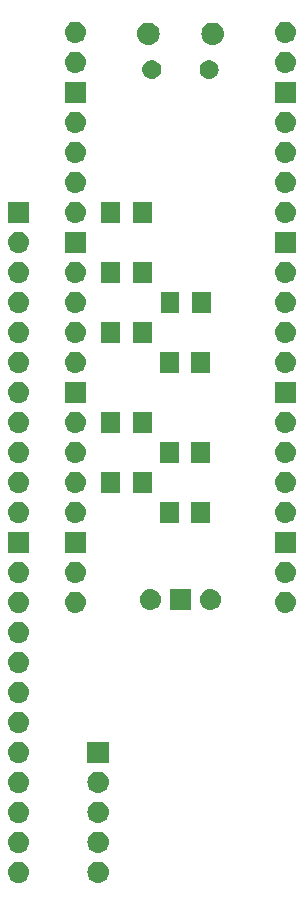
<source format=gbr>
G04 #@! TF.GenerationSoftware,KiCad,Pcbnew,(5.1.4-0-10_14)*
G04 #@! TF.CreationDate,2021-03-20T15:06:32+00:00*
G04 #@! TF.ProjectId,DriverBoard,44726976-6572-4426-9f61-72642e6b6963,rev?*
G04 #@! TF.SameCoordinates,Original*
G04 #@! TF.FileFunction,Soldermask,Bot*
G04 #@! TF.FilePolarity,Negative*
%FSLAX46Y46*%
G04 Gerber Fmt 4.6, Leading zero omitted, Abs format (unit mm)*
G04 Created by KiCad (PCBNEW (5.1.4-0-10_14)) date 2021-03-20 15:06:32*
%MOMM*%
%LPD*%
G04 APERTURE LIST*
%ADD10C,0.100000*%
G04 APERTURE END LIST*
D10*
G36*
X59419442Y-94355518D02*
G01*
X59485627Y-94362037D01*
X59655466Y-94413557D01*
X59811991Y-94497222D01*
X59847729Y-94526552D01*
X59949186Y-94609814D01*
X60032448Y-94711271D01*
X60061778Y-94747009D01*
X60145443Y-94903534D01*
X60196963Y-95073373D01*
X60214359Y-95250000D01*
X60196963Y-95426627D01*
X60145443Y-95596466D01*
X60061778Y-95752991D01*
X60032448Y-95788729D01*
X59949186Y-95890186D01*
X59847729Y-95973448D01*
X59811991Y-96002778D01*
X59655466Y-96086443D01*
X59485627Y-96137963D01*
X59419442Y-96144482D01*
X59353260Y-96151000D01*
X59264740Y-96151000D01*
X59198558Y-96144482D01*
X59132373Y-96137963D01*
X58962534Y-96086443D01*
X58806009Y-96002778D01*
X58770271Y-95973448D01*
X58668814Y-95890186D01*
X58585552Y-95788729D01*
X58556222Y-95752991D01*
X58472557Y-95596466D01*
X58421037Y-95426627D01*
X58403641Y-95250000D01*
X58421037Y-95073373D01*
X58472557Y-94903534D01*
X58556222Y-94747009D01*
X58585552Y-94711271D01*
X58668814Y-94609814D01*
X58770271Y-94526552D01*
X58806009Y-94497222D01*
X58962534Y-94413557D01*
X59132373Y-94362037D01*
X59198558Y-94355518D01*
X59264740Y-94349000D01*
X59353260Y-94349000D01*
X59419442Y-94355518D01*
X59419442Y-94355518D01*
G37*
G36*
X52688442Y-94355518D02*
G01*
X52754627Y-94362037D01*
X52924466Y-94413557D01*
X53080991Y-94497222D01*
X53116729Y-94526552D01*
X53218186Y-94609814D01*
X53301448Y-94711271D01*
X53330778Y-94747009D01*
X53414443Y-94903534D01*
X53465963Y-95073373D01*
X53483359Y-95250000D01*
X53465963Y-95426627D01*
X53414443Y-95596466D01*
X53330778Y-95752991D01*
X53301448Y-95788729D01*
X53218186Y-95890186D01*
X53116729Y-95973448D01*
X53080991Y-96002778D01*
X52924466Y-96086443D01*
X52754627Y-96137963D01*
X52688442Y-96144482D01*
X52622260Y-96151000D01*
X52533740Y-96151000D01*
X52467558Y-96144482D01*
X52401373Y-96137963D01*
X52231534Y-96086443D01*
X52075009Y-96002778D01*
X52039271Y-95973448D01*
X51937814Y-95890186D01*
X51854552Y-95788729D01*
X51825222Y-95752991D01*
X51741557Y-95596466D01*
X51690037Y-95426627D01*
X51672641Y-95250000D01*
X51690037Y-95073373D01*
X51741557Y-94903534D01*
X51825222Y-94747009D01*
X51854552Y-94711271D01*
X51937814Y-94609814D01*
X52039271Y-94526552D01*
X52075009Y-94497222D01*
X52231534Y-94413557D01*
X52401373Y-94362037D01*
X52467558Y-94355518D01*
X52533740Y-94349000D01*
X52622260Y-94349000D01*
X52688442Y-94355518D01*
X52688442Y-94355518D01*
G37*
G36*
X59419442Y-91815518D02*
G01*
X59485627Y-91822037D01*
X59655466Y-91873557D01*
X59811991Y-91957222D01*
X59847729Y-91986552D01*
X59949186Y-92069814D01*
X60032448Y-92171271D01*
X60061778Y-92207009D01*
X60145443Y-92363534D01*
X60196963Y-92533373D01*
X60214359Y-92710000D01*
X60196963Y-92886627D01*
X60145443Y-93056466D01*
X60061778Y-93212991D01*
X60032448Y-93248729D01*
X59949186Y-93350186D01*
X59847729Y-93433448D01*
X59811991Y-93462778D01*
X59655466Y-93546443D01*
X59485627Y-93597963D01*
X59419443Y-93604481D01*
X59353260Y-93611000D01*
X59264740Y-93611000D01*
X59198557Y-93604481D01*
X59132373Y-93597963D01*
X58962534Y-93546443D01*
X58806009Y-93462778D01*
X58770271Y-93433448D01*
X58668814Y-93350186D01*
X58585552Y-93248729D01*
X58556222Y-93212991D01*
X58472557Y-93056466D01*
X58421037Y-92886627D01*
X58403641Y-92710000D01*
X58421037Y-92533373D01*
X58472557Y-92363534D01*
X58556222Y-92207009D01*
X58585552Y-92171271D01*
X58668814Y-92069814D01*
X58770271Y-91986552D01*
X58806009Y-91957222D01*
X58962534Y-91873557D01*
X59132373Y-91822037D01*
X59198558Y-91815518D01*
X59264740Y-91809000D01*
X59353260Y-91809000D01*
X59419442Y-91815518D01*
X59419442Y-91815518D01*
G37*
G36*
X52688442Y-91815518D02*
G01*
X52754627Y-91822037D01*
X52924466Y-91873557D01*
X53080991Y-91957222D01*
X53116729Y-91986552D01*
X53218186Y-92069814D01*
X53301448Y-92171271D01*
X53330778Y-92207009D01*
X53414443Y-92363534D01*
X53465963Y-92533373D01*
X53483359Y-92710000D01*
X53465963Y-92886627D01*
X53414443Y-93056466D01*
X53330778Y-93212991D01*
X53301448Y-93248729D01*
X53218186Y-93350186D01*
X53116729Y-93433448D01*
X53080991Y-93462778D01*
X52924466Y-93546443D01*
X52754627Y-93597963D01*
X52688443Y-93604481D01*
X52622260Y-93611000D01*
X52533740Y-93611000D01*
X52467557Y-93604481D01*
X52401373Y-93597963D01*
X52231534Y-93546443D01*
X52075009Y-93462778D01*
X52039271Y-93433448D01*
X51937814Y-93350186D01*
X51854552Y-93248729D01*
X51825222Y-93212991D01*
X51741557Y-93056466D01*
X51690037Y-92886627D01*
X51672641Y-92710000D01*
X51690037Y-92533373D01*
X51741557Y-92363534D01*
X51825222Y-92207009D01*
X51854552Y-92171271D01*
X51937814Y-92069814D01*
X52039271Y-91986552D01*
X52075009Y-91957222D01*
X52231534Y-91873557D01*
X52401373Y-91822037D01*
X52467558Y-91815518D01*
X52533740Y-91809000D01*
X52622260Y-91809000D01*
X52688442Y-91815518D01*
X52688442Y-91815518D01*
G37*
G36*
X59419443Y-89275519D02*
G01*
X59485627Y-89282037D01*
X59655466Y-89333557D01*
X59811991Y-89417222D01*
X59847729Y-89446552D01*
X59949186Y-89529814D01*
X60032448Y-89631271D01*
X60061778Y-89667009D01*
X60145443Y-89823534D01*
X60196963Y-89993373D01*
X60214359Y-90170000D01*
X60196963Y-90346627D01*
X60145443Y-90516466D01*
X60061778Y-90672991D01*
X60032448Y-90708729D01*
X59949186Y-90810186D01*
X59847729Y-90893448D01*
X59811991Y-90922778D01*
X59655466Y-91006443D01*
X59485627Y-91057963D01*
X59419442Y-91064482D01*
X59353260Y-91071000D01*
X59264740Y-91071000D01*
X59198558Y-91064482D01*
X59132373Y-91057963D01*
X58962534Y-91006443D01*
X58806009Y-90922778D01*
X58770271Y-90893448D01*
X58668814Y-90810186D01*
X58585552Y-90708729D01*
X58556222Y-90672991D01*
X58472557Y-90516466D01*
X58421037Y-90346627D01*
X58403641Y-90170000D01*
X58421037Y-89993373D01*
X58472557Y-89823534D01*
X58556222Y-89667009D01*
X58585552Y-89631271D01*
X58668814Y-89529814D01*
X58770271Y-89446552D01*
X58806009Y-89417222D01*
X58962534Y-89333557D01*
X59132373Y-89282037D01*
X59198557Y-89275519D01*
X59264740Y-89269000D01*
X59353260Y-89269000D01*
X59419443Y-89275519D01*
X59419443Y-89275519D01*
G37*
G36*
X52688443Y-89275519D02*
G01*
X52754627Y-89282037D01*
X52924466Y-89333557D01*
X53080991Y-89417222D01*
X53116729Y-89446552D01*
X53218186Y-89529814D01*
X53301448Y-89631271D01*
X53330778Y-89667009D01*
X53414443Y-89823534D01*
X53465963Y-89993373D01*
X53483359Y-90170000D01*
X53465963Y-90346627D01*
X53414443Y-90516466D01*
X53330778Y-90672991D01*
X53301448Y-90708729D01*
X53218186Y-90810186D01*
X53116729Y-90893448D01*
X53080991Y-90922778D01*
X52924466Y-91006443D01*
X52754627Y-91057963D01*
X52688442Y-91064482D01*
X52622260Y-91071000D01*
X52533740Y-91071000D01*
X52467558Y-91064482D01*
X52401373Y-91057963D01*
X52231534Y-91006443D01*
X52075009Y-90922778D01*
X52039271Y-90893448D01*
X51937814Y-90810186D01*
X51854552Y-90708729D01*
X51825222Y-90672991D01*
X51741557Y-90516466D01*
X51690037Y-90346627D01*
X51672641Y-90170000D01*
X51690037Y-89993373D01*
X51741557Y-89823534D01*
X51825222Y-89667009D01*
X51854552Y-89631271D01*
X51937814Y-89529814D01*
X52039271Y-89446552D01*
X52075009Y-89417222D01*
X52231534Y-89333557D01*
X52401373Y-89282037D01*
X52467557Y-89275519D01*
X52533740Y-89269000D01*
X52622260Y-89269000D01*
X52688443Y-89275519D01*
X52688443Y-89275519D01*
G37*
G36*
X59419442Y-86735518D02*
G01*
X59485627Y-86742037D01*
X59655466Y-86793557D01*
X59811991Y-86877222D01*
X59847729Y-86906552D01*
X59949186Y-86989814D01*
X60032448Y-87091271D01*
X60061778Y-87127009D01*
X60145443Y-87283534D01*
X60196963Y-87453373D01*
X60214359Y-87630000D01*
X60196963Y-87806627D01*
X60145443Y-87976466D01*
X60061778Y-88132991D01*
X60032448Y-88168729D01*
X59949186Y-88270186D01*
X59847729Y-88353448D01*
X59811991Y-88382778D01*
X59655466Y-88466443D01*
X59485627Y-88517963D01*
X59419442Y-88524482D01*
X59353260Y-88531000D01*
X59264740Y-88531000D01*
X59198558Y-88524482D01*
X59132373Y-88517963D01*
X58962534Y-88466443D01*
X58806009Y-88382778D01*
X58770271Y-88353448D01*
X58668814Y-88270186D01*
X58585552Y-88168729D01*
X58556222Y-88132991D01*
X58472557Y-87976466D01*
X58421037Y-87806627D01*
X58403641Y-87630000D01*
X58421037Y-87453373D01*
X58472557Y-87283534D01*
X58556222Y-87127009D01*
X58585552Y-87091271D01*
X58668814Y-86989814D01*
X58770271Y-86906552D01*
X58806009Y-86877222D01*
X58962534Y-86793557D01*
X59132373Y-86742037D01*
X59198558Y-86735518D01*
X59264740Y-86729000D01*
X59353260Y-86729000D01*
X59419442Y-86735518D01*
X59419442Y-86735518D01*
G37*
G36*
X52688442Y-86735518D02*
G01*
X52754627Y-86742037D01*
X52924466Y-86793557D01*
X53080991Y-86877222D01*
X53116729Y-86906552D01*
X53218186Y-86989814D01*
X53301448Y-87091271D01*
X53330778Y-87127009D01*
X53414443Y-87283534D01*
X53465963Y-87453373D01*
X53483359Y-87630000D01*
X53465963Y-87806627D01*
X53414443Y-87976466D01*
X53330778Y-88132991D01*
X53301448Y-88168729D01*
X53218186Y-88270186D01*
X53116729Y-88353448D01*
X53080991Y-88382778D01*
X52924466Y-88466443D01*
X52754627Y-88517963D01*
X52688442Y-88524482D01*
X52622260Y-88531000D01*
X52533740Y-88531000D01*
X52467558Y-88524482D01*
X52401373Y-88517963D01*
X52231534Y-88466443D01*
X52075009Y-88382778D01*
X52039271Y-88353448D01*
X51937814Y-88270186D01*
X51854552Y-88168729D01*
X51825222Y-88132991D01*
X51741557Y-87976466D01*
X51690037Y-87806627D01*
X51672641Y-87630000D01*
X51690037Y-87453373D01*
X51741557Y-87283534D01*
X51825222Y-87127009D01*
X51854552Y-87091271D01*
X51937814Y-86989814D01*
X52039271Y-86906552D01*
X52075009Y-86877222D01*
X52231534Y-86793557D01*
X52401373Y-86742037D01*
X52467558Y-86735518D01*
X52533740Y-86729000D01*
X52622260Y-86729000D01*
X52688442Y-86735518D01*
X52688442Y-86735518D01*
G37*
G36*
X60210000Y-85991000D02*
G01*
X58408000Y-85991000D01*
X58408000Y-84189000D01*
X60210000Y-84189000D01*
X60210000Y-85991000D01*
X60210000Y-85991000D01*
G37*
G36*
X52688442Y-84195518D02*
G01*
X52754627Y-84202037D01*
X52924466Y-84253557D01*
X53080991Y-84337222D01*
X53116729Y-84366552D01*
X53218186Y-84449814D01*
X53301448Y-84551271D01*
X53330778Y-84587009D01*
X53414443Y-84743534D01*
X53465963Y-84913373D01*
X53483359Y-85090000D01*
X53465963Y-85266627D01*
X53414443Y-85436466D01*
X53330778Y-85592991D01*
X53301448Y-85628729D01*
X53218186Y-85730186D01*
X53116729Y-85813448D01*
X53080991Y-85842778D01*
X52924466Y-85926443D01*
X52754627Y-85977963D01*
X52688442Y-85984482D01*
X52622260Y-85991000D01*
X52533740Y-85991000D01*
X52467558Y-85984482D01*
X52401373Y-85977963D01*
X52231534Y-85926443D01*
X52075009Y-85842778D01*
X52039271Y-85813448D01*
X51937814Y-85730186D01*
X51854552Y-85628729D01*
X51825222Y-85592991D01*
X51741557Y-85436466D01*
X51690037Y-85266627D01*
X51672641Y-85090000D01*
X51690037Y-84913373D01*
X51741557Y-84743534D01*
X51825222Y-84587009D01*
X51854552Y-84551271D01*
X51937814Y-84449814D01*
X52039271Y-84366552D01*
X52075009Y-84337222D01*
X52231534Y-84253557D01*
X52401373Y-84202037D01*
X52467558Y-84195518D01*
X52533740Y-84189000D01*
X52622260Y-84189000D01*
X52688442Y-84195518D01*
X52688442Y-84195518D01*
G37*
G36*
X52688443Y-81655519D02*
G01*
X52754627Y-81662037D01*
X52924466Y-81713557D01*
X53080991Y-81797222D01*
X53116729Y-81826552D01*
X53218186Y-81909814D01*
X53301448Y-82011271D01*
X53330778Y-82047009D01*
X53414443Y-82203534D01*
X53465963Y-82373373D01*
X53483359Y-82550000D01*
X53465963Y-82726627D01*
X53414443Y-82896466D01*
X53330778Y-83052991D01*
X53301448Y-83088729D01*
X53218186Y-83190186D01*
X53116729Y-83273448D01*
X53080991Y-83302778D01*
X52924466Y-83386443D01*
X52754627Y-83437963D01*
X52688443Y-83444481D01*
X52622260Y-83451000D01*
X52533740Y-83451000D01*
X52467557Y-83444481D01*
X52401373Y-83437963D01*
X52231534Y-83386443D01*
X52075009Y-83302778D01*
X52039271Y-83273448D01*
X51937814Y-83190186D01*
X51854552Y-83088729D01*
X51825222Y-83052991D01*
X51741557Y-82896466D01*
X51690037Y-82726627D01*
X51672641Y-82550000D01*
X51690037Y-82373373D01*
X51741557Y-82203534D01*
X51825222Y-82047009D01*
X51854552Y-82011271D01*
X51937814Y-81909814D01*
X52039271Y-81826552D01*
X52075009Y-81797222D01*
X52231534Y-81713557D01*
X52401373Y-81662037D01*
X52467557Y-81655519D01*
X52533740Y-81649000D01*
X52622260Y-81649000D01*
X52688443Y-81655519D01*
X52688443Y-81655519D01*
G37*
G36*
X52688443Y-79115519D02*
G01*
X52754627Y-79122037D01*
X52924466Y-79173557D01*
X53080991Y-79257222D01*
X53116729Y-79286552D01*
X53218186Y-79369814D01*
X53301448Y-79471271D01*
X53330778Y-79507009D01*
X53414443Y-79663534D01*
X53465963Y-79833373D01*
X53483359Y-80010000D01*
X53465963Y-80186627D01*
X53414443Y-80356466D01*
X53330778Y-80512991D01*
X53301448Y-80548729D01*
X53218186Y-80650186D01*
X53116729Y-80733448D01*
X53080991Y-80762778D01*
X52924466Y-80846443D01*
X52754627Y-80897963D01*
X52688442Y-80904482D01*
X52622260Y-80911000D01*
X52533740Y-80911000D01*
X52467558Y-80904482D01*
X52401373Y-80897963D01*
X52231534Y-80846443D01*
X52075009Y-80762778D01*
X52039271Y-80733448D01*
X51937814Y-80650186D01*
X51854552Y-80548729D01*
X51825222Y-80512991D01*
X51741557Y-80356466D01*
X51690037Y-80186627D01*
X51672641Y-80010000D01*
X51690037Y-79833373D01*
X51741557Y-79663534D01*
X51825222Y-79507009D01*
X51854552Y-79471271D01*
X51937814Y-79369814D01*
X52039271Y-79286552D01*
X52075009Y-79257222D01*
X52231534Y-79173557D01*
X52401373Y-79122037D01*
X52467557Y-79115519D01*
X52533740Y-79109000D01*
X52622260Y-79109000D01*
X52688443Y-79115519D01*
X52688443Y-79115519D01*
G37*
G36*
X52688443Y-76575519D02*
G01*
X52754627Y-76582037D01*
X52924466Y-76633557D01*
X53080991Y-76717222D01*
X53116729Y-76746552D01*
X53218186Y-76829814D01*
X53301448Y-76931271D01*
X53330778Y-76967009D01*
X53414443Y-77123534D01*
X53465963Y-77293373D01*
X53483359Y-77470000D01*
X53465963Y-77646627D01*
X53414443Y-77816466D01*
X53330778Y-77972991D01*
X53301448Y-78008729D01*
X53218186Y-78110186D01*
X53116729Y-78193448D01*
X53080991Y-78222778D01*
X52924466Y-78306443D01*
X52754627Y-78357963D01*
X52688443Y-78364481D01*
X52622260Y-78371000D01*
X52533740Y-78371000D01*
X52467557Y-78364481D01*
X52401373Y-78357963D01*
X52231534Y-78306443D01*
X52075009Y-78222778D01*
X52039271Y-78193448D01*
X51937814Y-78110186D01*
X51854552Y-78008729D01*
X51825222Y-77972991D01*
X51741557Y-77816466D01*
X51690037Y-77646627D01*
X51672641Y-77470000D01*
X51690037Y-77293373D01*
X51741557Y-77123534D01*
X51825222Y-76967009D01*
X51854552Y-76931271D01*
X51937814Y-76829814D01*
X52039271Y-76746552D01*
X52075009Y-76717222D01*
X52231534Y-76633557D01*
X52401373Y-76582037D01*
X52467557Y-76575519D01*
X52533740Y-76569000D01*
X52622260Y-76569000D01*
X52688443Y-76575519D01*
X52688443Y-76575519D01*
G37*
G36*
X52688442Y-74035518D02*
G01*
X52754627Y-74042037D01*
X52924466Y-74093557D01*
X53080991Y-74177222D01*
X53116729Y-74206552D01*
X53218186Y-74289814D01*
X53301448Y-74391271D01*
X53330778Y-74427009D01*
X53414443Y-74583534D01*
X53465963Y-74753373D01*
X53483359Y-74930000D01*
X53465963Y-75106627D01*
X53414443Y-75276466D01*
X53330778Y-75432991D01*
X53301448Y-75468729D01*
X53218186Y-75570186D01*
X53116729Y-75653448D01*
X53080991Y-75682778D01*
X52924466Y-75766443D01*
X52754627Y-75817963D01*
X52688442Y-75824482D01*
X52622260Y-75831000D01*
X52533740Y-75831000D01*
X52467558Y-75824482D01*
X52401373Y-75817963D01*
X52231534Y-75766443D01*
X52075009Y-75682778D01*
X52039271Y-75653448D01*
X51937814Y-75570186D01*
X51854552Y-75468729D01*
X51825222Y-75432991D01*
X51741557Y-75276466D01*
X51690037Y-75106627D01*
X51672641Y-74930000D01*
X51690037Y-74753373D01*
X51741557Y-74583534D01*
X51825222Y-74427009D01*
X51854552Y-74391271D01*
X51937814Y-74289814D01*
X52039271Y-74206552D01*
X52075009Y-74177222D01*
X52231534Y-74093557D01*
X52401373Y-74042037D01*
X52467558Y-74035518D01*
X52533740Y-74029000D01*
X52622260Y-74029000D01*
X52688442Y-74035518D01*
X52688442Y-74035518D01*
G37*
G36*
X75284283Y-71495519D02*
G01*
X75350467Y-71502037D01*
X75520306Y-71553557D01*
X75676831Y-71637222D01*
X75700941Y-71657009D01*
X75814026Y-71749814D01*
X75897288Y-71851271D01*
X75926618Y-71887009D01*
X76010283Y-72043534D01*
X76061803Y-72213373D01*
X76079199Y-72390000D01*
X76061803Y-72566627D01*
X76010283Y-72736466D01*
X75926618Y-72892991D01*
X75910379Y-72912778D01*
X75814026Y-73030186D01*
X75712569Y-73113448D01*
X75676831Y-73142778D01*
X75520306Y-73226443D01*
X75350467Y-73277963D01*
X75284283Y-73284481D01*
X75218100Y-73291000D01*
X75129580Y-73291000D01*
X75063397Y-73284481D01*
X74997213Y-73277963D01*
X74827374Y-73226443D01*
X74670849Y-73142778D01*
X74635111Y-73113448D01*
X74533654Y-73030186D01*
X74437301Y-72912778D01*
X74421062Y-72892991D01*
X74337397Y-72736466D01*
X74285877Y-72566627D01*
X74268481Y-72390000D01*
X74285877Y-72213373D01*
X74337397Y-72043534D01*
X74421062Y-71887009D01*
X74450392Y-71851271D01*
X74533654Y-71749814D01*
X74646739Y-71657009D01*
X74670849Y-71637222D01*
X74827374Y-71553557D01*
X74997213Y-71502037D01*
X75063397Y-71495519D01*
X75129580Y-71489000D01*
X75218100Y-71489000D01*
X75284283Y-71495519D01*
X75284283Y-71495519D01*
G37*
G36*
X57504283Y-71495519D02*
G01*
X57570467Y-71502037D01*
X57740306Y-71553557D01*
X57896831Y-71637222D01*
X57920941Y-71657009D01*
X58034026Y-71749814D01*
X58117288Y-71851271D01*
X58146618Y-71887009D01*
X58230283Y-72043534D01*
X58281803Y-72213373D01*
X58299199Y-72390000D01*
X58281803Y-72566627D01*
X58230283Y-72736466D01*
X58146618Y-72892991D01*
X58130379Y-72912778D01*
X58034026Y-73030186D01*
X57932569Y-73113448D01*
X57896831Y-73142778D01*
X57740306Y-73226443D01*
X57570467Y-73277963D01*
X57504283Y-73284481D01*
X57438100Y-73291000D01*
X57349580Y-73291000D01*
X57283397Y-73284481D01*
X57217213Y-73277963D01*
X57047374Y-73226443D01*
X56890849Y-73142778D01*
X56855111Y-73113448D01*
X56753654Y-73030186D01*
X56657301Y-72912778D01*
X56641062Y-72892991D01*
X56557397Y-72736466D01*
X56505877Y-72566627D01*
X56488481Y-72390000D01*
X56505877Y-72213373D01*
X56557397Y-72043534D01*
X56641062Y-71887009D01*
X56670392Y-71851271D01*
X56753654Y-71749814D01*
X56866739Y-71657009D01*
X56890849Y-71637222D01*
X57047374Y-71553557D01*
X57217213Y-71502037D01*
X57283397Y-71495519D01*
X57349580Y-71489000D01*
X57438100Y-71489000D01*
X57504283Y-71495519D01*
X57504283Y-71495519D01*
G37*
G36*
X52688443Y-71495519D02*
G01*
X52754627Y-71502037D01*
X52924466Y-71553557D01*
X53080991Y-71637222D01*
X53105101Y-71657009D01*
X53218186Y-71749814D01*
X53301448Y-71851271D01*
X53330778Y-71887009D01*
X53414443Y-72043534D01*
X53465963Y-72213373D01*
X53483359Y-72390000D01*
X53465963Y-72566627D01*
X53414443Y-72736466D01*
X53330778Y-72892991D01*
X53314539Y-72912778D01*
X53218186Y-73030186D01*
X53116729Y-73113448D01*
X53080991Y-73142778D01*
X52924466Y-73226443D01*
X52754627Y-73277963D01*
X52688443Y-73284481D01*
X52622260Y-73291000D01*
X52533740Y-73291000D01*
X52467557Y-73284481D01*
X52401373Y-73277963D01*
X52231534Y-73226443D01*
X52075009Y-73142778D01*
X52039271Y-73113448D01*
X51937814Y-73030186D01*
X51841461Y-72912778D01*
X51825222Y-72892991D01*
X51741557Y-72736466D01*
X51690037Y-72566627D01*
X51672641Y-72390000D01*
X51690037Y-72213373D01*
X51741557Y-72043534D01*
X51825222Y-71887009D01*
X51854552Y-71851271D01*
X51937814Y-71749814D01*
X52050899Y-71657009D01*
X52075009Y-71637222D01*
X52231534Y-71553557D01*
X52401373Y-71502037D01*
X52467557Y-71495519D01*
X52533740Y-71489000D01*
X52622260Y-71489000D01*
X52688443Y-71495519D01*
X52688443Y-71495519D01*
G37*
G36*
X68934283Y-71265519D02*
G01*
X69000467Y-71272037D01*
X69170306Y-71323557D01*
X69326831Y-71407222D01*
X69362569Y-71436552D01*
X69464026Y-71519814D01*
X69547288Y-71621271D01*
X69576618Y-71657009D01*
X69660283Y-71813534D01*
X69711803Y-71983373D01*
X69729199Y-72160000D01*
X69711803Y-72336627D01*
X69660283Y-72506466D01*
X69576618Y-72662991D01*
X69547288Y-72698729D01*
X69464026Y-72800186D01*
X69362569Y-72883448D01*
X69326831Y-72912778D01*
X69170306Y-72996443D01*
X69000467Y-73047963D01*
X68934282Y-73054482D01*
X68868100Y-73061000D01*
X68779580Y-73061000D01*
X68713398Y-73054482D01*
X68647213Y-73047963D01*
X68477374Y-72996443D01*
X68320849Y-72912778D01*
X68285111Y-72883448D01*
X68183654Y-72800186D01*
X68100392Y-72698729D01*
X68071062Y-72662991D01*
X67987397Y-72506466D01*
X67935877Y-72336627D01*
X67918481Y-72160000D01*
X67935877Y-71983373D01*
X67987397Y-71813534D01*
X68071062Y-71657009D01*
X68100392Y-71621271D01*
X68183654Y-71519814D01*
X68285111Y-71436552D01*
X68320849Y-71407222D01*
X68477374Y-71323557D01*
X68647213Y-71272037D01*
X68713397Y-71265519D01*
X68779580Y-71259000D01*
X68868100Y-71259000D01*
X68934283Y-71265519D01*
X68934283Y-71265519D01*
G37*
G36*
X63854283Y-71265519D02*
G01*
X63920467Y-71272037D01*
X64090306Y-71323557D01*
X64246831Y-71407222D01*
X64282569Y-71436552D01*
X64384026Y-71519814D01*
X64467288Y-71621271D01*
X64496618Y-71657009D01*
X64580283Y-71813534D01*
X64631803Y-71983373D01*
X64649199Y-72160000D01*
X64631803Y-72336627D01*
X64580283Y-72506466D01*
X64496618Y-72662991D01*
X64467288Y-72698729D01*
X64384026Y-72800186D01*
X64282569Y-72883448D01*
X64246831Y-72912778D01*
X64090306Y-72996443D01*
X63920467Y-73047963D01*
X63854282Y-73054482D01*
X63788100Y-73061000D01*
X63699580Y-73061000D01*
X63633398Y-73054482D01*
X63567213Y-73047963D01*
X63397374Y-72996443D01*
X63240849Y-72912778D01*
X63205111Y-72883448D01*
X63103654Y-72800186D01*
X63020392Y-72698729D01*
X62991062Y-72662991D01*
X62907397Y-72506466D01*
X62855877Y-72336627D01*
X62838481Y-72160000D01*
X62855877Y-71983373D01*
X62907397Y-71813534D01*
X62991062Y-71657009D01*
X63020392Y-71621271D01*
X63103654Y-71519814D01*
X63205111Y-71436552D01*
X63240849Y-71407222D01*
X63397374Y-71323557D01*
X63567213Y-71272037D01*
X63633397Y-71265519D01*
X63699580Y-71259000D01*
X63788100Y-71259000D01*
X63854283Y-71265519D01*
X63854283Y-71265519D01*
G37*
G36*
X67184840Y-73061000D02*
G01*
X65382840Y-73061000D01*
X65382840Y-71259000D01*
X67184840Y-71259000D01*
X67184840Y-73061000D01*
X67184840Y-73061000D01*
G37*
G36*
X57504283Y-68955519D02*
G01*
X57570467Y-68962037D01*
X57740306Y-69013557D01*
X57896831Y-69097222D01*
X57932569Y-69126552D01*
X58034026Y-69209814D01*
X58117288Y-69311271D01*
X58146618Y-69347009D01*
X58230283Y-69503534D01*
X58281803Y-69673373D01*
X58299199Y-69850000D01*
X58281803Y-70026627D01*
X58230283Y-70196466D01*
X58146618Y-70352991D01*
X58117288Y-70388729D01*
X58034026Y-70490186D01*
X57932569Y-70573448D01*
X57896831Y-70602778D01*
X57740306Y-70686443D01*
X57570467Y-70737963D01*
X57504283Y-70744481D01*
X57438100Y-70751000D01*
X57349580Y-70751000D01*
X57283397Y-70744481D01*
X57217213Y-70737963D01*
X57047374Y-70686443D01*
X56890849Y-70602778D01*
X56855111Y-70573448D01*
X56753654Y-70490186D01*
X56670392Y-70388729D01*
X56641062Y-70352991D01*
X56557397Y-70196466D01*
X56505877Y-70026627D01*
X56488481Y-69850000D01*
X56505877Y-69673373D01*
X56557397Y-69503534D01*
X56641062Y-69347009D01*
X56670392Y-69311271D01*
X56753654Y-69209814D01*
X56855111Y-69126552D01*
X56890849Y-69097222D01*
X57047374Y-69013557D01*
X57217213Y-68962037D01*
X57283397Y-68955519D01*
X57349580Y-68949000D01*
X57438100Y-68949000D01*
X57504283Y-68955519D01*
X57504283Y-68955519D01*
G37*
G36*
X52688443Y-68955519D02*
G01*
X52754627Y-68962037D01*
X52924466Y-69013557D01*
X53080991Y-69097222D01*
X53116729Y-69126552D01*
X53218186Y-69209814D01*
X53301448Y-69311271D01*
X53330778Y-69347009D01*
X53414443Y-69503534D01*
X53465963Y-69673373D01*
X53483359Y-69850000D01*
X53465963Y-70026627D01*
X53414443Y-70196466D01*
X53330778Y-70352991D01*
X53301448Y-70388729D01*
X53218186Y-70490186D01*
X53116729Y-70573448D01*
X53080991Y-70602778D01*
X52924466Y-70686443D01*
X52754627Y-70737963D01*
X52688443Y-70744481D01*
X52622260Y-70751000D01*
X52533740Y-70751000D01*
X52467557Y-70744481D01*
X52401373Y-70737963D01*
X52231534Y-70686443D01*
X52075009Y-70602778D01*
X52039271Y-70573448D01*
X51937814Y-70490186D01*
X51854552Y-70388729D01*
X51825222Y-70352991D01*
X51741557Y-70196466D01*
X51690037Y-70026627D01*
X51672641Y-69850000D01*
X51690037Y-69673373D01*
X51741557Y-69503534D01*
X51825222Y-69347009D01*
X51854552Y-69311271D01*
X51937814Y-69209814D01*
X52039271Y-69126552D01*
X52075009Y-69097222D01*
X52231534Y-69013557D01*
X52401373Y-68962037D01*
X52467557Y-68955519D01*
X52533740Y-68949000D01*
X52622260Y-68949000D01*
X52688443Y-68955519D01*
X52688443Y-68955519D01*
G37*
G36*
X75284283Y-68955519D02*
G01*
X75350467Y-68962037D01*
X75520306Y-69013557D01*
X75676831Y-69097222D01*
X75712569Y-69126552D01*
X75814026Y-69209814D01*
X75897288Y-69311271D01*
X75926618Y-69347009D01*
X76010283Y-69503534D01*
X76061803Y-69673373D01*
X76079199Y-69850000D01*
X76061803Y-70026627D01*
X76010283Y-70196466D01*
X75926618Y-70352991D01*
X75897288Y-70388729D01*
X75814026Y-70490186D01*
X75712569Y-70573448D01*
X75676831Y-70602778D01*
X75520306Y-70686443D01*
X75350467Y-70737963D01*
X75284283Y-70744481D01*
X75218100Y-70751000D01*
X75129580Y-70751000D01*
X75063397Y-70744481D01*
X74997213Y-70737963D01*
X74827374Y-70686443D01*
X74670849Y-70602778D01*
X74635111Y-70573448D01*
X74533654Y-70490186D01*
X74450392Y-70388729D01*
X74421062Y-70352991D01*
X74337397Y-70196466D01*
X74285877Y-70026627D01*
X74268481Y-69850000D01*
X74285877Y-69673373D01*
X74337397Y-69503534D01*
X74421062Y-69347009D01*
X74450392Y-69311271D01*
X74533654Y-69209814D01*
X74635111Y-69126552D01*
X74670849Y-69097222D01*
X74827374Y-69013557D01*
X74997213Y-68962037D01*
X75063397Y-68955519D01*
X75129580Y-68949000D01*
X75218100Y-68949000D01*
X75284283Y-68955519D01*
X75284283Y-68955519D01*
G37*
G36*
X58294840Y-68211000D02*
G01*
X56492840Y-68211000D01*
X56492840Y-66409000D01*
X58294840Y-66409000D01*
X58294840Y-68211000D01*
X58294840Y-68211000D01*
G37*
G36*
X76074840Y-68211000D02*
G01*
X74272840Y-68211000D01*
X74272840Y-66409000D01*
X76074840Y-66409000D01*
X76074840Y-68211000D01*
X76074840Y-68211000D01*
G37*
G36*
X53479000Y-68211000D02*
G01*
X51677000Y-68211000D01*
X51677000Y-66409000D01*
X53479000Y-66409000D01*
X53479000Y-68211000D01*
X53479000Y-68211000D01*
G37*
G36*
X57504282Y-63875518D02*
G01*
X57570467Y-63882037D01*
X57740306Y-63933557D01*
X57896831Y-64017222D01*
X57932569Y-64046552D01*
X58034026Y-64129814D01*
X58117288Y-64231271D01*
X58146618Y-64267009D01*
X58230283Y-64423534D01*
X58281803Y-64593373D01*
X58299199Y-64770000D01*
X58281803Y-64946627D01*
X58230283Y-65116466D01*
X58146618Y-65272991D01*
X58117288Y-65308729D01*
X58034026Y-65410186D01*
X57932569Y-65493448D01*
X57896831Y-65522778D01*
X57740306Y-65606443D01*
X57570467Y-65657963D01*
X57504282Y-65664482D01*
X57438100Y-65671000D01*
X57349580Y-65671000D01*
X57283398Y-65664482D01*
X57217213Y-65657963D01*
X57047374Y-65606443D01*
X56890849Y-65522778D01*
X56855111Y-65493448D01*
X56753654Y-65410186D01*
X56670392Y-65308729D01*
X56641062Y-65272991D01*
X56557397Y-65116466D01*
X56505877Y-64946627D01*
X56488481Y-64770000D01*
X56505877Y-64593373D01*
X56557397Y-64423534D01*
X56641062Y-64267009D01*
X56670392Y-64231271D01*
X56753654Y-64129814D01*
X56855111Y-64046552D01*
X56890849Y-64017222D01*
X57047374Y-63933557D01*
X57217213Y-63882037D01*
X57283398Y-63875518D01*
X57349580Y-63869000D01*
X57438100Y-63869000D01*
X57504282Y-63875518D01*
X57504282Y-63875518D01*
G37*
G36*
X66146000Y-65671000D02*
G01*
X64544000Y-65671000D01*
X64544000Y-63869000D01*
X66146000Y-63869000D01*
X66146000Y-65671000D01*
X66146000Y-65671000D01*
G37*
G36*
X52688442Y-63875518D02*
G01*
X52754627Y-63882037D01*
X52924466Y-63933557D01*
X53080991Y-64017222D01*
X53116729Y-64046552D01*
X53218186Y-64129814D01*
X53301448Y-64231271D01*
X53330778Y-64267009D01*
X53414443Y-64423534D01*
X53465963Y-64593373D01*
X53483359Y-64770000D01*
X53465963Y-64946627D01*
X53414443Y-65116466D01*
X53330778Y-65272991D01*
X53301448Y-65308729D01*
X53218186Y-65410186D01*
X53116729Y-65493448D01*
X53080991Y-65522778D01*
X52924466Y-65606443D01*
X52754627Y-65657963D01*
X52688442Y-65664482D01*
X52622260Y-65671000D01*
X52533740Y-65671000D01*
X52467558Y-65664482D01*
X52401373Y-65657963D01*
X52231534Y-65606443D01*
X52075009Y-65522778D01*
X52039271Y-65493448D01*
X51937814Y-65410186D01*
X51854552Y-65308729D01*
X51825222Y-65272991D01*
X51741557Y-65116466D01*
X51690037Y-64946627D01*
X51672641Y-64770000D01*
X51690037Y-64593373D01*
X51741557Y-64423534D01*
X51825222Y-64267009D01*
X51854552Y-64231271D01*
X51937814Y-64129814D01*
X52039271Y-64046552D01*
X52075009Y-64017222D01*
X52231534Y-63933557D01*
X52401373Y-63882037D01*
X52467558Y-63875518D01*
X52533740Y-63869000D01*
X52622260Y-63869000D01*
X52688442Y-63875518D01*
X52688442Y-63875518D01*
G37*
G36*
X75284282Y-63875518D02*
G01*
X75350467Y-63882037D01*
X75520306Y-63933557D01*
X75676831Y-64017222D01*
X75712569Y-64046552D01*
X75814026Y-64129814D01*
X75897288Y-64231271D01*
X75926618Y-64267009D01*
X76010283Y-64423534D01*
X76061803Y-64593373D01*
X76079199Y-64770000D01*
X76061803Y-64946627D01*
X76010283Y-65116466D01*
X75926618Y-65272991D01*
X75897288Y-65308729D01*
X75814026Y-65410186D01*
X75712569Y-65493448D01*
X75676831Y-65522778D01*
X75520306Y-65606443D01*
X75350467Y-65657963D01*
X75284282Y-65664482D01*
X75218100Y-65671000D01*
X75129580Y-65671000D01*
X75063398Y-65664482D01*
X74997213Y-65657963D01*
X74827374Y-65606443D01*
X74670849Y-65522778D01*
X74635111Y-65493448D01*
X74533654Y-65410186D01*
X74450392Y-65308729D01*
X74421062Y-65272991D01*
X74337397Y-65116466D01*
X74285877Y-64946627D01*
X74268481Y-64770000D01*
X74285877Y-64593373D01*
X74337397Y-64423534D01*
X74421062Y-64267009D01*
X74450392Y-64231271D01*
X74533654Y-64129814D01*
X74635111Y-64046552D01*
X74670849Y-64017222D01*
X74827374Y-63933557D01*
X74997213Y-63882037D01*
X75063398Y-63875518D01*
X75129580Y-63869000D01*
X75218100Y-63869000D01*
X75284282Y-63875518D01*
X75284282Y-63875518D01*
G37*
G36*
X68806000Y-65671000D02*
G01*
X67204000Y-65671000D01*
X67204000Y-63869000D01*
X68806000Y-63869000D01*
X68806000Y-65671000D01*
X68806000Y-65671000D01*
G37*
G36*
X61193000Y-63131000D02*
G01*
X59591000Y-63131000D01*
X59591000Y-61329000D01*
X61193000Y-61329000D01*
X61193000Y-63131000D01*
X61193000Y-63131000D01*
G37*
G36*
X52688443Y-61335519D02*
G01*
X52754627Y-61342037D01*
X52924466Y-61393557D01*
X53080991Y-61477222D01*
X53116729Y-61506552D01*
X53218186Y-61589814D01*
X53301448Y-61691271D01*
X53330778Y-61727009D01*
X53414443Y-61883534D01*
X53465963Y-62053373D01*
X53483359Y-62230000D01*
X53465963Y-62406627D01*
X53414443Y-62576466D01*
X53330778Y-62732991D01*
X53301448Y-62768729D01*
X53218186Y-62870186D01*
X53116729Y-62953448D01*
X53080991Y-62982778D01*
X52924466Y-63066443D01*
X52754627Y-63117963D01*
X52688443Y-63124481D01*
X52622260Y-63131000D01*
X52533740Y-63131000D01*
X52467557Y-63124481D01*
X52401373Y-63117963D01*
X52231534Y-63066443D01*
X52075009Y-62982778D01*
X52039271Y-62953448D01*
X51937814Y-62870186D01*
X51854552Y-62768729D01*
X51825222Y-62732991D01*
X51741557Y-62576466D01*
X51690037Y-62406627D01*
X51672641Y-62230000D01*
X51690037Y-62053373D01*
X51741557Y-61883534D01*
X51825222Y-61727009D01*
X51854552Y-61691271D01*
X51937814Y-61589814D01*
X52039271Y-61506552D01*
X52075009Y-61477222D01*
X52231534Y-61393557D01*
X52401373Y-61342037D01*
X52467557Y-61335519D01*
X52533740Y-61329000D01*
X52622260Y-61329000D01*
X52688443Y-61335519D01*
X52688443Y-61335519D01*
G37*
G36*
X75284283Y-61335519D02*
G01*
X75350467Y-61342037D01*
X75520306Y-61393557D01*
X75676831Y-61477222D01*
X75712569Y-61506552D01*
X75814026Y-61589814D01*
X75897288Y-61691271D01*
X75926618Y-61727009D01*
X76010283Y-61883534D01*
X76061803Y-62053373D01*
X76079199Y-62230000D01*
X76061803Y-62406627D01*
X76010283Y-62576466D01*
X75926618Y-62732991D01*
X75897288Y-62768729D01*
X75814026Y-62870186D01*
X75712569Y-62953448D01*
X75676831Y-62982778D01*
X75520306Y-63066443D01*
X75350467Y-63117963D01*
X75284283Y-63124481D01*
X75218100Y-63131000D01*
X75129580Y-63131000D01*
X75063397Y-63124481D01*
X74997213Y-63117963D01*
X74827374Y-63066443D01*
X74670849Y-62982778D01*
X74635111Y-62953448D01*
X74533654Y-62870186D01*
X74450392Y-62768729D01*
X74421062Y-62732991D01*
X74337397Y-62576466D01*
X74285877Y-62406627D01*
X74268481Y-62230000D01*
X74285877Y-62053373D01*
X74337397Y-61883534D01*
X74421062Y-61727009D01*
X74450392Y-61691271D01*
X74533654Y-61589814D01*
X74635111Y-61506552D01*
X74670849Y-61477222D01*
X74827374Y-61393557D01*
X74997213Y-61342037D01*
X75063397Y-61335519D01*
X75129580Y-61329000D01*
X75218100Y-61329000D01*
X75284283Y-61335519D01*
X75284283Y-61335519D01*
G37*
G36*
X57504283Y-61335519D02*
G01*
X57570467Y-61342037D01*
X57740306Y-61393557D01*
X57896831Y-61477222D01*
X57932569Y-61506552D01*
X58034026Y-61589814D01*
X58117288Y-61691271D01*
X58146618Y-61727009D01*
X58230283Y-61883534D01*
X58281803Y-62053373D01*
X58299199Y-62230000D01*
X58281803Y-62406627D01*
X58230283Y-62576466D01*
X58146618Y-62732991D01*
X58117288Y-62768729D01*
X58034026Y-62870186D01*
X57932569Y-62953448D01*
X57896831Y-62982778D01*
X57740306Y-63066443D01*
X57570467Y-63117963D01*
X57504283Y-63124481D01*
X57438100Y-63131000D01*
X57349580Y-63131000D01*
X57283397Y-63124481D01*
X57217213Y-63117963D01*
X57047374Y-63066443D01*
X56890849Y-62982778D01*
X56855111Y-62953448D01*
X56753654Y-62870186D01*
X56670392Y-62768729D01*
X56641062Y-62732991D01*
X56557397Y-62576466D01*
X56505877Y-62406627D01*
X56488481Y-62230000D01*
X56505877Y-62053373D01*
X56557397Y-61883534D01*
X56641062Y-61727009D01*
X56670392Y-61691271D01*
X56753654Y-61589814D01*
X56855111Y-61506552D01*
X56890849Y-61477222D01*
X57047374Y-61393557D01*
X57217213Y-61342037D01*
X57283397Y-61335519D01*
X57349580Y-61329000D01*
X57438100Y-61329000D01*
X57504283Y-61335519D01*
X57504283Y-61335519D01*
G37*
G36*
X63853000Y-63131000D02*
G01*
X62251000Y-63131000D01*
X62251000Y-61329000D01*
X63853000Y-61329000D01*
X63853000Y-63131000D01*
X63853000Y-63131000D01*
G37*
G36*
X66146000Y-60591000D02*
G01*
X64544000Y-60591000D01*
X64544000Y-58789000D01*
X66146000Y-58789000D01*
X66146000Y-60591000D01*
X66146000Y-60591000D01*
G37*
G36*
X52688442Y-58795518D02*
G01*
X52754627Y-58802037D01*
X52924466Y-58853557D01*
X53080991Y-58937222D01*
X53116729Y-58966552D01*
X53218186Y-59049814D01*
X53301448Y-59151271D01*
X53330778Y-59187009D01*
X53414443Y-59343534D01*
X53465963Y-59513373D01*
X53483359Y-59690000D01*
X53465963Y-59866627D01*
X53414443Y-60036466D01*
X53330778Y-60192991D01*
X53301448Y-60228729D01*
X53218186Y-60330186D01*
X53116729Y-60413448D01*
X53080991Y-60442778D01*
X52924466Y-60526443D01*
X52754627Y-60577963D01*
X52688443Y-60584481D01*
X52622260Y-60591000D01*
X52533740Y-60591000D01*
X52467557Y-60584481D01*
X52401373Y-60577963D01*
X52231534Y-60526443D01*
X52075009Y-60442778D01*
X52039271Y-60413448D01*
X51937814Y-60330186D01*
X51854552Y-60228729D01*
X51825222Y-60192991D01*
X51741557Y-60036466D01*
X51690037Y-59866627D01*
X51672641Y-59690000D01*
X51690037Y-59513373D01*
X51741557Y-59343534D01*
X51825222Y-59187009D01*
X51854552Y-59151271D01*
X51937814Y-59049814D01*
X52039271Y-58966552D01*
X52075009Y-58937222D01*
X52231534Y-58853557D01*
X52401373Y-58802037D01*
X52467558Y-58795518D01*
X52533740Y-58789000D01*
X52622260Y-58789000D01*
X52688442Y-58795518D01*
X52688442Y-58795518D01*
G37*
G36*
X75284282Y-58795518D02*
G01*
X75350467Y-58802037D01*
X75520306Y-58853557D01*
X75676831Y-58937222D01*
X75712569Y-58966552D01*
X75814026Y-59049814D01*
X75897288Y-59151271D01*
X75926618Y-59187009D01*
X76010283Y-59343534D01*
X76061803Y-59513373D01*
X76079199Y-59690000D01*
X76061803Y-59866627D01*
X76010283Y-60036466D01*
X75926618Y-60192991D01*
X75897288Y-60228729D01*
X75814026Y-60330186D01*
X75712569Y-60413448D01*
X75676831Y-60442778D01*
X75520306Y-60526443D01*
X75350467Y-60577963D01*
X75284283Y-60584481D01*
X75218100Y-60591000D01*
X75129580Y-60591000D01*
X75063397Y-60584481D01*
X74997213Y-60577963D01*
X74827374Y-60526443D01*
X74670849Y-60442778D01*
X74635111Y-60413448D01*
X74533654Y-60330186D01*
X74450392Y-60228729D01*
X74421062Y-60192991D01*
X74337397Y-60036466D01*
X74285877Y-59866627D01*
X74268481Y-59690000D01*
X74285877Y-59513373D01*
X74337397Y-59343534D01*
X74421062Y-59187009D01*
X74450392Y-59151271D01*
X74533654Y-59049814D01*
X74635111Y-58966552D01*
X74670849Y-58937222D01*
X74827374Y-58853557D01*
X74997213Y-58802037D01*
X75063398Y-58795518D01*
X75129580Y-58789000D01*
X75218100Y-58789000D01*
X75284282Y-58795518D01*
X75284282Y-58795518D01*
G37*
G36*
X68806000Y-60591000D02*
G01*
X67204000Y-60591000D01*
X67204000Y-58789000D01*
X68806000Y-58789000D01*
X68806000Y-60591000D01*
X68806000Y-60591000D01*
G37*
G36*
X57504282Y-58795518D02*
G01*
X57570467Y-58802037D01*
X57740306Y-58853557D01*
X57896831Y-58937222D01*
X57932569Y-58966552D01*
X58034026Y-59049814D01*
X58117288Y-59151271D01*
X58146618Y-59187009D01*
X58230283Y-59343534D01*
X58281803Y-59513373D01*
X58299199Y-59690000D01*
X58281803Y-59866627D01*
X58230283Y-60036466D01*
X58146618Y-60192991D01*
X58117288Y-60228729D01*
X58034026Y-60330186D01*
X57932569Y-60413448D01*
X57896831Y-60442778D01*
X57740306Y-60526443D01*
X57570467Y-60577963D01*
X57504283Y-60584481D01*
X57438100Y-60591000D01*
X57349580Y-60591000D01*
X57283397Y-60584481D01*
X57217213Y-60577963D01*
X57047374Y-60526443D01*
X56890849Y-60442778D01*
X56855111Y-60413448D01*
X56753654Y-60330186D01*
X56670392Y-60228729D01*
X56641062Y-60192991D01*
X56557397Y-60036466D01*
X56505877Y-59866627D01*
X56488481Y-59690000D01*
X56505877Y-59513373D01*
X56557397Y-59343534D01*
X56641062Y-59187009D01*
X56670392Y-59151271D01*
X56753654Y-59049814D01*
X56855111Y-58966552D01*
X56890849Y-58937222D01*
X57047374Y-58853557D01*
X57217213Y-58802037D01*
X57283398Y-58795518D01*
X57349580Y-58789000D01*
X57438100Y-58789000D01*
X57504282Y-58795518D01*
X57504282Y-58795518D01*
G37*
G36*
X57504283Y-56255519D02*
G01*
X57570467Y-56262037D01*
X57740306Y-56313557D01*
X57896831Y-56397222D01*
X57932569Y-56426552D01*
X58034026Y-56509814D01*
X58117288Y-56611271D01*
X58146618Y-56647009D01*
X58230283Y-56803534D01*
X58281803Y-56973373D01*
X58299199Y-57150000D01*
X58281803Y-57326627D01*
X58230283Y-57496466D01*
X58146618Y-57652991D01*
X58117288Y-57688729D01*
X58034026Y-57790186D01*
X57932569Y-57873448D01*
X57896831Y-57902778D01*
X57740306Y-57986443D01*
X57570467Y-58037963D01*
X57504282Y-58044482D01*
X57438100Y-58051000D01*
X57349580Y-58051000D01*
X57283398Y-58044482D01*
X57217213Y-58037963D01*
X57047374Y-57986443D01*
X56890849Y-57902778D01*
X56855111Y-57873448D01*
X56753654Y-57790186D01*
X56670392Y-57688729D01*
X56641062Y-57652991D01*
X56557397Y-57496466D01*
X56505877Y-57326627D01*
X56488481Y-57150000D01*
X56505877Y-56973373D01*
X56557397Y-56803534D01*
X56641062Y-56647009D01*
X56670392Y-56611271D01*
X56753654Y-56509814D01*
X56855111Y-56426552D01*
X56890849Y-56397222D01*
X57047374Y-56313557D01*
X57217213Y-56262037D01*
X57283397Y-56255519D01*
X57349580Y-56249000D01*
X57438100Y-56249000D01*
X57504283Y-56255519D01*
X57504283Y-56255519D01*
G37*
G36*
X63853000Y-58051000D02*
G01*
X62251000Y-58051000D01*
X62251000Y-56249000D01*
X63853000Y-56249000D01*
X63853000Y-58051000D01*
X63853000Y-58051000D01*
G37*
G36*
X52688443Y-56255519D02*
G01*
X52754627Y-56262037D01*
X52924466Y-56313557D01*
X53080991Y-56397222D01*
X53116729Y-56426552D01*
X53218186Y-56509814D01*
X53301448Y-56611271D01*
X53330778Y-56647009D01*
X53414443Y-56803534D01*
X53465963Y-56973373D01*
X53483359Y-57150000D01*
X53465963Y-57326627D01*
X53414443Y-57496466D01*
X53330778Y-57652991D01*
X53301448Y-57688729D01*
X53218186Y-57790186D01*
X53116729Y-57873448D01*
X53080991Y-57902778D01*
X52924466Y-57986443D01*
X52754627Y-58037963D01*
X52688442Y-58044482D01*
X52622260Y-58051000D01*
X52533740Y-58051000D01*
X52467558Y-58044482D01*
X52401373Y-58037963D01*
X52231534Y-57986443D01*
X52075009Y-57902778D01*
X52039271Y-57873448D01*
X51937814Y-57790186D01*
X51854552Y-57688729D01*
X51825222Y-57652991D01*
X51741557Y-57496466D01*
X51690037Y-57326627D01*
X51672641Y-57150000D01*
X51690037Y-56973373D01*
X51741557Y-56803534D01*
X51825222Y-56647009D01*
X51854552Y-56611271D01*
X51937814Y-56509814D01*
X52039271Y-56426552D01*
X52075009Y-56397222D01*
X52231534Y-56313557D01*
X52401373Y-56262037D01*
X52467557Y-56255519D01*
X52533740Y-56249000D01*
X52622260Y-56249000D01*
X52688443Y-56255519D01*
X52688443Y-56255519D01*
G37*
G36*
X61193000Y-58051000D02*
G01*
X59591000Y-58051000D01*
X59591000Y-56249000D01*
X61193000Y-56249000D01*
X61193000Y-58051000D01*
X61193000Y-58051000D01*
G37*
G36*
X75284283Y-56255519D02*
G01*
X75350467Y-56262037D01*
X75520306Y-56313557D01*
X75676831Y-56397222D01*
X75712569Y-56426552D01*
X75814026Y-56509814D01*
X75897288Y-56611271D01*
X75926618Y-56647009D01*
X76010283Y-56803534D01*
X76061803Y-56973373D01*
X76079199Y-57150000D01*
X76061803Y-57326627D01*
X76010283Y-57496466D01*
X75926618Y-57652991D01*
X75897288Y-57688729D01*
X75814026Y-57790186D01*
X75712569Y-57873448D01*
X75676831Y-57902778D01*
X75520306Y-57986443D01*
X75350467Y-58037963D01*
X75284282Y-58044482D01*
X75218100Y-58051000D01*
X75129580Y-58051000D01*
X75063398Y-58044482D01*
X74997213Y-58037963D01*
X74827374Y-57986443D01*
X74670849Y-57902778D01*
X74635111Y-57873448D01*
X74533654Y-57790186D01*
X74450392Y-57688729D01*
X74421062Y-57652991D01*
X74337397Y-57496466D01*
X74285877Y-57326627D01*
X74268481Y-57150000D01*
X74285877Y-56973373D01*
X74337397Y-56803534D01*
X74421062Y-56647009D01*
X74450392Y-56611271D01*
X74533654Y-56509814D01*
X74635111Y-56426552D01*
X74670849Y-56397222D01*
X74827374Y-56313557D01*
X74997213Y-56262037D01*
X75063397Y-56255519D01*
X75129580Y-56249000D01*
X75218100Y-56249000D01*
X75284283Y-56255519D01*
X75284283Y-56255519D01*
G37*
G36*
X76074840Y-55511000D02*
G01*
X74272840Y-55511000D01*
X74272840Y-53709000D01*
X76074840Y-53709000D01*
X76074840Y-55511000D01*
X76074840Y-55511000D01*
G37*
G36*
X58294840Y-55511000D02*
G01*
X56492840Y-55511000D01*
X56492840Y-53709000D01*
X58294840Y-53709000D01*
X58294840Y-55511000D01*
X58294840Y-55511000D01*
G37*
G36*
X52688442Y-53715518D02*
G01*
X52754627Y-53722037D01*
X52924466Y-53773557D01*
X53080991Y-53857222D01*
X53116729Y-53886552D01*
X53218186Y-53969814D01*
X53301448Y-54071271D01*
X53330778Y-54107009D01*
X53414443Y-54263534D01*
X53465963Y-54433373D01*
X53483359Y-54610000D01*
X53465963Y-54786627D01*
X53414443Y-54956466D01*
X53330778Y-55112991D01*
X53301448Y-55148729D01*
X53218186Y-55250186D01*
X53116729Y-55333448D01*
X53080991Y-55362778D01*
X52924466Y-55446443D01*
X52754627Y-55497963D01*
X52688442Y-55504482D01*
X52622260Y-55511000D01*
X52533740Y-55511000D01*
X52467558Y-55504482D01*
X52401373Y-55497963D01*
X52231534Y-55446443D01*
X52075009Y-55362778D01*
X52039271Y-55333448D01*
X51937814Y-55250186D01*
X51854552Y-55148729D01*
X51825222Y-55112991D01*
X51741557Y-54956466D01*
X51690037Y-54786627D01*
X51672641Y-54610000D01*
X51690037Y-54433373D01*
X51741557Y-54263534D01*
X51825222Y-54107009D01*
X51854552Y-54071271D01*
X51937814Y-53969814D01*
X52039271Y-53886552D01*
X52075009Y-53857222D01*
X52231534Y-53773557D01*
X52401373Y-53722037D01*
X52467558Y-53715518D01*
X52533740Y-53709000D01*
X52622260Y-53709000D01*
X52688442Y-53715518D01*
X52688442Y-53715518D01*
G37*
G36*
X57504283Y-51175519D02*
G01*
X57570467Y-51182037D01*
X57740306Y-51233557D01*
X57896831Y-51317222D01*
X57932569Y-51346552D01*
X58034026Y-51429814D01*
X58117288Y-51531271D01*
X58146618Y-51567009D01*
X58230283Y-51723534D01*
X58281803Y-51893373D01*
X58299199Y-52070000D01*
X58281803Y-52246627D01*
X58230283Y-52416466D01*
X58146618Y-52572991D01*
X58117288Y-52608729D01*
X58034026Y-52710186D01*
X57932569Y-52793448D01*
X57896831Y-52822778D01*
X57740306Y-52906443D01*
X57570467Y-52957963D01*
X57504282Y-52964482D01*
X57438100Y-52971000D01*
X57349580Y-52971000D01*
X57283398Y-52964482D01*
X57217213Y-52957963D01*
X57047374Y-52906443D01*
X56890849Y-52822778D01*
X56855111Y-52793448D01*
X56753654Y-52710186D01*
X56670392Y-52608729D01*
X56641062Y-52572991D01*
X56557397Y-52416466D01*
X56505877Y-52246627D01*
X56488481Y-52070000D01*
X56505877Y-51893373D01*
X56557397Y-51723534D01*
X56641062Y-51567009D01*
X56670392Y-51531271D01*
X56753654Y-51429814D01*
X56855111Y-51346552D01*
X56890849Y-51317222D01*
X57047374Y-51233557D01*
X57217213Y-51182037D01*
X57283397Y-51175519D01*
X57349580Y-51169000D01*
X57438100Y-51169000D01*
X57504283Y-51175519D01*
X57504283Y-51175519D01*
G37*
G36*
X68806000Y-52971000D02*
G01*
X67204000Y-52971000D01*
X67204000Y-51169000D01*
X68806000Y-51169000D01*
X68806000Y-52971000D01*
X68806000Y-52971000D01*
G37*
G36*
X75284283Y-51175519D02*
G01*
X75350467Y-51182037D01*
X75520306Y-51233557D01*
X75676831Y-51317222D01*
X75712569Y-51346552D01*
X75814026Y-51429814D01*
X75897288Y-51531271D01*
X75926618Y-51567009D01*
X76010283Y-51723534D01*
X76061803Y-51893373D01*
X76079199Y-52070000D01*
X76061803Y-52246627D01*
X76010283Y-52416466D01*
X75926618Y-52572991D01*
X75897288Y-52608729D01*
X75814026Y-52710186D01*
X75712569Y-52793448D01*
X75676831Y-52822778D01*
X75520306Y-52906443D01*
X75350467Y-52957963D01*
X75284282Y-52964482D01*
X75218100Y-52971000D01*
X75129580Y-52971000D01*
X75063398Y-52964482D01*
X74997213Y-52957963D01*
X74827374Y-52906443D01*
X74670849Y-52822778D01*
X74635111Y-52793448D01*
X74533654Y-52710186D01*
X74450392Y-52608729D01*
X74421062Y-52572991D01*
X74337397Y-52416466D01*
X74285877Y-52246627D01*
X74268481Y-52070000D01*
X74285877Y-51893373D01*
X74337397Y-51723534D01*
X74421062Y-51567009D01*
X74450392Y-51531271D01*
X74533654Y-51429814D01*
X74635111Y-51346552D01*
X74670849Y-51317222D01*
X74827374Y-51233557D01*
X74997213Y-51182037D01*
X75063397Y-51175519D01*
X75129580Y-51169000D01*
X75218100Y-51169000D01*
X75284283Y-51175519D01*
X75284283Y-51175519D01*
G37*
G36*
X66146000Y-52971000D02*
G01*
X64544000Y-52971000D01*
X64544000Y-51169000D01*
X66146000Y-51169000D01*
X66146000Y-52971000D01*
X66146000Y-52971000D01*
G37*
G36*
X52688443Y-51175519D02*
G01*
X52754627Y-51182037D01*
X52924466Y-51233557D01*
X53080991Y-51317222D01*
X53116729Y-51346552D01*
X53218186Y-51429814D01*
X53301448Y-51531271D01*
X53330778Y-51567009D01*
X53414443Y-51723534D01*
X53465963Y-51893373D01*
X53483359Y-52070000D01*
X53465963Y-52246627D01*
X53414443Y-52416466D01*
X53330778Y-52572991D01*
X53301448Y-52608729D01*
X53218186Y-52710186D01*
X53116729Y-52793448D01*
X53080991Y-52822778D01*
X52924466Y-52906443D01*
X52754627Y-52957963D01*
X52688442Y-52964482D01*
X52622260Y-52971000D01*
X52533740Y-52971000D01*
X52467558Y-52964482D01*
X52401373Y-52957963D01*
X52231534Y-52906443D01*
X52075009Y-52822778D01*
X52039271Y-52793448D01*
X51937814Y-52710186D01*
X51854552Y-52608729D01*
X51825222Y-52572991D01*
X51741557Y-52416466D01*
X51690037Y-52246627D01*
X51672641Y-52070000D01*
X51690037Y-51893373D01*
X51741557Y-51723534D01*
X51825222Y-51567009D01*
X51854552Y-51531271D01*
X51937814Y-51429814D01*
X52039271Y-51346552D01*
X52075009Y-51317222D01*
X52231534Y-51233557D01*
X52401373Y-51182037D01*
X52467557Y-51175519D01*
X52533740Y-51169000D01*
X52622260Y-51169000D01*
X52688443Y-51175519D01*
X52688443Y-51175519D01*
G37*
G36*
X63853000Y-50431000D02*
G01*
X62251000Y-50431000D01*
X62251000Y-48629000D01*
X63853000Y-48629000D01*
X63853000Y-50431000D01*
X63853000Y-50431000D01*
G37*
G36*
X75284283Y-48635519D02*
G01*
X75350467Y-48642037D01*
X75520306Y-48693557D01*
X75676831Y-48777222D01*
X75712569Y-48806552D01*
X75814026Y-48889814D01*
X75897288Y-48991271D01*
X75926618Y-49027009D01*
X76010283Y-49183534D01*
X76061803Y-49353373D01*
X76079199Y-49530000D01*
X76061803Y-49706627D01*
X76010283Y-49876466D01*
X75926618Y-50032991D01*
X75897288Y-50068729D01*
X75814026Y-50170186D01*
X75712569Y-50253448D01*
X75676831Y-50282778D01*
X75520306Y-50366443D01*
X75350467Y-50417963D01*
X75284283Y-50424481D01*
X75218100Y-50431000D01*
X75129580Y-50431000D01*
X75063398Y-50424482D01*
X74997213Y-50417963D01*
X74827374Y-50366443D01*
X74670849Y-50282778D01*
X74635111Y-50253448D01*
X74533654Y-50170186D01*
X74450392Y-50068729D01*
X74421062Y-50032991D01*
X74337397Y-49876466D01*
X74285877Y-49706627D01*
X74268481Y-49530000D01*
X74285877Y-49353373D01*
X74337397Y-49183534D01*
X74421062Y-49027009D01*
X74450392Y-48991271D01*
X74533654Y-48889814D01*
X74635111Y-48806552D01*
X74670849Y-48777222D01*
X74827374Y-48693557D01*
X74997213Y-48642037D01*
X75063397Y-48635519D01*
X75129580Y-48629000D01*
X75218100Y-48629000D01*
X75284283Y-48635519D01*
X75284283Y-48635519D01*
G37*
G36*
X57504283Y-48635519D02*
G01*
X57570467Y-48642037D01*
X57740306Y-48693557D01*
X57896831Y-48777222D01*
X57932569Y-48806552D01*
X58034026Y-48889814D01*
X58117288Y-48991271D01*
X58146618Y-49027009D01*
X58230283Y-49183534D01*
X58281803Y-49353373D01*
X58299199Y-49530000D01*
X58281803Y-49706627D01*
X58230283Y-49876466D01*
X58146618Y-50032991D01*
X58117288Y-50068729D01*
X58034026Y-50170186D01*
X57932569Y-50253448D01*
X57896831Y-50282778D01*
X57740306Y-50366443D01*
X57570467Y-50417963D01*
X57504283Y-50424481D01*
X57438100Y-50431000D01*
X57349580Y-50431000D01*
X57283398Y-50424482D01*
X57217213Y-50417963D01*
X57047374Y-50366443D01*
X56890849Y-50282778D01*
X56855111Y-50253448D01*
X56753654Y-50170186D01*
X56670392Y-50068729D01*
X56641062Y-50032991D01*
X56557397Y-49876466D01*
X56505877Y-49706627D01*
X56488481Y-49530000D01*
X56505877Y-49353373D01*
X56557397Y-49183534D01*
X56641062Y-49027009D01*
X56670392Y-48991271D01*
X56753654Y-48889814D01*
X56855111Y-48806552D01*
X56890849Y-48777222D01*
X57047374Y-48693557D01*
X57217213Y-48642037D01*
X57283397Y-48635519D01*
X57349580Y-48629000D01*
X57438100Y-48629000D01*
X57504283Y-48635519D01*
X57504283Y-48635519D01*
G37*
G36*
X61193000Y-50431000D02*
G01*
X59591000Y-50431000D01*
X59591000Y-48629000D01*
X61193000Y-48629000D01*
X61193000Y-50431000D01*
X61193000Y-50431000D01*
G37*
G36*
X52688443Y-48635519D02*
G01*
X52754627Y-48642037D01*
X52924466Y-48693557D01*
X53080991Y-48777222D01*
X53116729Y-48806552D01*
X53218186Y-48889814D01*
X53301448Y-48991271D01*
X53330778Y-49027009D01*
X53414443Y-49183534D01*
X53465963Y-49353373D01*
X53483359Y-49530000D01*
X53465963Y-49706627D01*
X53414443Y-49876466D01*
X53330778Y-50032991D01*
X53301448Y-50068729D01*
X53218186Y-50170186D01*
X53116729Y-50253448D01*
X53080991Y-50282778D01*
X52924466Y-50366443D01*
X52754627Y-50417963D01*
X52688443Y-50424481D01*
X52622260Y-50431000D01*
X52533740Y-50431000D01*
X52467558Y-50424482D01*
X52401373Y-50417963D01*
X52231534Y-50366443D01*
X52075009Y-50282778D01*
X52039271Y-50253448D01*
X51937814Y-50170186D01*
X51854552Y-50068729D01*
X51825222Y-50032991D01*
X51741557Y-49876466D01*
X51690037Y-49706627D01*
X51672641Y-49530000D01*
X51690037Y-49353373D01*
X51741557Y-49183534D01*
X51825222Y-49027009D01*
X51854552Y-48991271D01*
X51937814Y-48889814D01*
X52039271Y-48806552D01*
X52075009Y-48777222D01*
X52231534Y-48693557D01*
X52401373Y-48642037D01*
X52467557Y-48635519D01*
X52533740Y-48629000D01*
X52622260Y-48629000D01*
X52688443Y-48635519D01*
X52688443Y-48635519D01*
G37*
G36*
X75284282Y-46095518D02*
G01*
X75350467Y-46102037D01*
X75520306Y-46153557D01*
X75676831Y-46237222D01*
X75712569Y-46266552D01*
X75814026Y-46349814D01*
X75897288Y-46451271D01*
X75926618Y-46487009D01*
X76010283Y-46643534D01*
X76061803Y-46813373D01*
X76079199Y-46990000D01*
X76061803Y-47166627D01*
X76010283Y-47336466D01*
X75926618Y-47492991D01*
X75897288Y-47528729D01*
X75814026Y-47630186D01*
X75712569Y-47713448D01*
X75676831Y-47742778D01*
X75520306Y-47826443D01*
X75350467Y-47877963D01*
X75284283Y-47884481D01*
X75218100Y-47891000D01*
X75129580Y-47891000D01*
X75063397Y-47884481D01*
X74997213Y-47877963D01*
X74827374Y-47826443D01*
X74670849Y-47742778D01*
X74635111Y-47713448D01*
X74533654Y-47630186D01*
X74450392Y-47528729D01*
X74421062Y-47492991D01*
X74337397Y-47336466D01*
X74285877Y-47166627D01*
X74268481Y-46990000D01*
X74285877Y-46813373D01*
X74337397Y-46643534D01*
X74421062Y-46487009D01*
X74450392Y-46451271D01*
X74533654Y-46349814D01*
X74635111Y-46266552D01*
X74670849Y-46237222D01*
X74827374Y-46153557D01*
X74997213Y-46102037D01*
X75063398Y-46095518D01*
X75129580Y-46089000D01*
X75218100Y-46089000D01*
X75284282Y-46095518D01*
X75284282Y-46095518D01*
G37*
G36*
X57504282Y-46095518D02*
G01*
X57570467Y-46102037D01*
X57740306Y-46153557D01*
X57896831Y-46237222D01*
X57932569Y-46266552D01*
X58034026Y-46349814D01*
X58117288Y-46451271D01*
X58146618Y-46487009D01*
X58230283Y-46643534D01*
X58281803Y-46813373D01*
X58299199Y-46990000D01*
X58281803Y-47166627D01*
X58230283Y-47336466D01*
X58146618Y-47492991D01*
X58117288Y-47528729D01*
X58034026Y-47630186D01*
X57932569Y-47713448D01*
X57896831Y-47742778D01*
X57740306Y-47826443D01*
X57570467Y-47877963D01*
X57504283Y-47884481D01*
X57438100Y-47891000D01*
X57349580Y-47891000D01*
X57283397Y-47884481D01*
X57217213Y-47877963D01*
X57047374Y-47826443D01*
X56890849Y-47742778D01*
X56855111Y-47713448D01*
X56753654Y-47630186D01*
X56670392Y-47528729D01*
X56641062Y-47492991D01*
X56557397Y-47336466D01*
X56505877Y-47166627D01*
X56488481Y-46990000D01*
X56505877Y-46813373D01*
X56557397Y-46643534D01*
X56641062Y-46487009D01*
X56670392Y-46451271D01*
X56753654Y-46349814D01*
X56855111Y-46266552D01*
X56890849Y-46237222D01*
X57047374Y-46153557D01*
X57217213Y-46102037D01*
X57283398Y-46095518D01*
X57349580Y-46089000D01*
X57438100Y-46089000D01*
X57504282Y-46095518D01*
X57504282Y-46095518D01*
G37*
G36*
X66206000Y-47891000D02*
G01*
X64604000Y-47891000D01*
X64604000Y-46089000D01*
X66206000Y-46089000D01*
X66206000Y-47891000D01*
X66206000Y-47891000D01*
G37*
G36*
X68866000Y-47891000D02*
G01*
X67264000Y-47891000D01*
X67264000Y-46089000D01*
X68866000Y-46089000D01*
X68866000Y-47891000D01*
X68866000Y-47891000D01*
G37*
G36*
X52688442Y-46095518D02*
G01*
X52754627Y-46102037D01*
X52924466Y-46153557D01*
X53080991Y-46237222D01*
X53116729Y-46266552D01*
X53218186Y-46349814D01*
X53301448Y-46451271D01*
X53330778Y-46487009D01*
X53414443Y-46643534D01*
X53465963Y-46813373D01*
X53483359Y-46990000D01*
X53465963Y-47166627D01*
X53414443Y-47336466D01*
X53330778Y-47492991D01*
X53301448Y-47528729D01*
X53218186Y-47630186D01*
X53116729Y-47713448D01*
X53080991Y-47742778D01*
X52924466Y-47826443D01*
X52754627Y-47877963D01*
X52688443Y-47884481D01*
X52622260Y-47891000D01*
X52533740Y-47891000D01*
X52467557Y-47884481D01*
X52401373Y-47877963D01*
X52231534Y-47826443D01*
X52075009Y-47742778D01*
X52039271Y-47713448D01*
X51937814Y-47630186D01*
X51854552Y-47528729D01*
X51825222Y-47492991D01*
X51741557Y-47336466D01*
X51690037Y-47166627D01*
X51672641Y-46990000D01*
X51690037Y-46813373D01*
X51741557Y-46643534D01*
X51825222Y-46487009D01*
X51854552Y-46451271D01*
X51937814Y-46349814D01*
X52039271Y-46266552D01*
X52075009Y-46237222D01*
X52231534Y-46153557D01*
X52401373Y-46102037D01*
X52467558Y-46095518D01*
X52533740Y-46089000D01*
X52622260Y-46089000D01*
X52688442Y-46095518D01*
X52688442Y-46095518D01*
G37*
G36*
X52688443Y-43555519D02*
G01*
X52754627Y-43562037D01*
X52924466Y-43613557D01*
X53080991Y-43697222D01*
X53116729Y-43726552D01*
X53218186Y-43809814D01*
X53301448Y-43911271D01*
X53330778Y-43947009D01*
X53414443Y-44103534D01*
X53465963Y-44273373D01*
X53483359Y-44450000D01*
X53465963Y-44626627D01*
X53414443Y-44796466D01*
X53330778Y-44952991D01*
X53301448Y-44988729D01*
X53218186Y-45090186D01*
X53116729Y-45173448D01*
X53080991Y-45202778D01*
X52924466Y-45286443D01*
X52754627Y-45337963D01*
X52688442Y-45344482D01*
X52622260Y-45351000D01*
X52533740Y-45351000D01*
X52467558Y-45344482D01*
X52401373Y-45337963D01*
X52231534Y-45286443D01*
X52075009Y-45202778D01*
X52039271Y-45173448D01*
X51937814Y-45090186D01*
X51854552Y-44988729D01*
X51825222Y-44952991D01*
X51741557Y-44796466D01*
X51690037Y-44626627D01*
X51672641Y-44450000D01*
X51690037Y-44273373D01*
X51741557Y-44103534D01*
X51825222Y-43947009D01*
X51854552Y-43911271D01*
X51937814Y-43809814D01*
X52039271Y-43726552D01*
X52075009Y-43697222D01*
X52231534Y-43613557D01*
X52401373Y-43562037D01*
X52467557Y-43555519D01*
X52533740Y-43549000D01*
X52622260Y-43549000D01*
X52688443Y-43555519D01*
X52688443Y-43555519D01*
G37*
G36*
X61193000Y-45351000D02*
G01*
X59591000Y-45351000D01*
X59591000Y-43549000D01*
X61193000Y-43549000D01*
X61193000Y-45351000D01*
X61193000Y-45351000D01*
G37*
G36*
X63853000Y-45351000D02*
G01*
X62251000Y-45351000D01*
X62251000Y-43549000D01*
X63853000Y-43549000D01*
X63853000Y-45351000D01*
X63853000Y-45351000D01*
G37*
G36*
X57504283Y-43555519D02*
G01*
X57570467Y-43562037D01*
X57740306Y-43613557D01*
X57896831Y-43697222D01*
X57932569Y-43726552D01*
X58034026Y-43809814D01*
X58117288Y-43911271D01*
X58146618Y-43947009D01*
X58230283Y-44103534D01*
X58281803Y-44273373D01*
X58299199Y-44450000D01*
X58281803Y-44626627D01*
X58230283Y-44796466D01*
X58146618Y-44952991D01*
X58117288Y-44988729D01*
X58034026Y-45090186D01*
X57932569Y-45173448D01*
X57896831Y-45202778D01*
X57740306Y-45286443D01*
X57570467Y-45337963D01*
X57504282Y-45344482D01*
X57438100Y-45351000D01*
X57349580Y-45351000D01*
X57283398Y-45344482D01*
X57217213Y-45337963D01*
X57047374Y-45286443D01*
X56890849Y-45202778D01*
X56855111Y-45173448D01*
X56753654Y-45090186D01*
X56670392Y-44988729D01*
X56641062Y-44952991D01*
X56557397Y-44796466D01*
X56505877Y-44626627D01*
X56488481Y-44450000D01*
X56505877Y-44273373D01*
X56557397Y-44103534D01*
X56641062Y-43947009D01*
X56670392Y-43911271D01*
X56753654Y-43809814D01*
X56855111Y-43726552D01*
X56890849Y-43697222D01*
X57047374Y-43613557D01*
X57217213Y-43562037D01*
X57283397Y-43555519D01*
X57349580Y-43549000D01*
X57438100Y-43549000D01*
X57504283Y-43555519D01*
X57504283Y-43555519D01*
G37*
G36*
X75284283Y-43555519D02*
G01*
X75350467Y-43562037D01*
X75520306Y-43613557D01*
X75676831Y-43697222D01*
X75712569Y-43726552D01*
X75814026Y-43809814D01*
X75897288Y-43911271D01*
X75926618Y-43947009D01*
X76010283Y-44103534D01*
X76061803Y-44273373D01*
X76079199Y-44450000D01*
X76061803Y-44626627D01*
X76010283Y-44796466D01*
X75926618Y-44952991D01*
X75897288Y-44988729D01*
X75814026Y-45090186D01*
X75712569Y-45173448D01*
X75676831Y-45202778D01*
X75520306Y-45286443D01*
X75350467Y-45337963D01*
X75284282Y-45344482D01*
X75218100Y-45351000D01*
X75129580Y-45351000D01*
X75063398Y-45344482D01*
X74997213Y-45337963D01*
X74827374Y-45286443D01*
X74670849Y-45202778D01*
X74635111Y-45173448D01*
X74533654Y-45090186D01*
X74450392Y-44988729D01*
X74421062Y-44952991D01*
X74337397Y-44796466D01*
X74285877Y-44626627D01*
X74268481Y-44450000D01*
X74285877Y-44273373D01*
X74337397Y-44103534D01*
X74421062Y-43947009D01*
X74450392Y-43911271D01*
X74533654Y-43809814D01*
X74635111Y-43726552D01*
X74670849Y-43697222D01*
X74827374Y-43613557D01*
X74997213Y-43562037D01*
X75063397Y-43555519D01*
X75129580Y-43549000D01*
X75218100Y-43549000D01*
X75284283Y-43555519D01*
X75284283Y-43555519D01*
G37*
G36*
X76074840Y-42811000D02*
G01*
X74272840Y-42811000D01*
X74272840Y-41009000D01*
X76074840Y-41009000D01*
X76074840Y-42811000D01*
X76074840Y-42811000D01*
G37*
G36*
X58294840Y-42811000D02*
G01*
X56492840Y-42811000D01*
X56492840Y-41009000D01*
X58294840Y-41009000D01*
X58294840Y-42811000D01*
X58294840Y-42811000D01*
G37*
G36*
X52688442Y-41015518D02*
G01*
X52754627Y-41022037D01*
X52924466Y-41073557D01*
X53080991Y-41157222D01*
X53116729Y-41186552D01*
X53218186Y-41269814D01*
X53301448Y-41371271D01*
X53330778Y-41407009D01*
X53414443Y-41563534D01*
X53465963Y-41733373D01*
X53483359Y-41910000D01*
X53465963Y-42086627D01*
X53414443Y-42256466D01*
X53330778Y-42412991D01*
X53301448Y-42448729D01*
X53218186Y-42550186D01*
X53116729Y-42633448D01*
X53080991Y-42662778D01*
X52924466Y-42746443D01*
X52754627Y-42797963D01*
X52688443Y-42804481D01*
X52622260Y-42811000D01*
X52533740Y-42811000D01*
X52467557Y-42804481D01*
X52401373Y-42797963D01*
X52231534Y-42746443D01*
X52075009Y-42662778D01*
X52039271Y-42633448D01*
X51937814Y-42550186D01*
X51854552Y-42448729D01*
X51825222Y-42412991D01*
X51741557Y-42256466D01*
X51690037Y-42086627D01*
X51672641Y-41910000D01*
X51690037Y-41733373D01*
X51741557Y-41563534D01*
X51825222Y-41407009D01*
X51854552Y-41371271D01*
X51937814Y-41269814D01*
X52039271Y-41186552D01*
X52075009Y-41157222D01*
X52231534Y-41073557D01*
X52401373Y-41022037D01*
X52467558Y-41015518D01*
X52533740Y-41009000D01*
X52622260Y-41009000D01*
X52688442Y-41015518D01*
X52688442Y-41015518D01*
G37*
G36*
X53479000Y-40271000D02*
G01*
X51677000Y-40271000D01*
X51677000Y-38469000D01*
X53479000Y-38469000D01*
X53479000Y-40271000D01*
X53479000Y-40271000D01*
G37*
G36*
X57504283Y-38475519D02*
G01*
X57570467Y-38482037D01*
X57740306Y-38533557D01*
X57896831Y-38617222D01*
X57932569Y-38646552D01*
X58034026Y-38729814D01*
X58117288Y-38831271D01*
X58146618Y-38867009D01*
X58230283Y-39023534D01*
X58281803Y-39193373D01*
X58299199Y-39370000D01*
X58281803Y-39546627D01*
X58230283Y-39716466D01*
X58146618Y-39872991D01*
X58117288Y-39908729D01*
X58034026Y-40010186D01*
X57932569Y-40093448D01*
X57896831Y-40122778D01*
X57740306Y-40206443D01*
X57570467Y-40257963D01*
X57504283Y-40264481D01*
X57438100Y-40271000D01*
X57349580Y-40271000D01*
X57283397Y-40264481D01*
X57217213Y-40257963D01*
X57047374Y-40206443D01*
X56890849Y-40122778D01*
X56855111Y-40093448D01*
X56753654Y-40010186D01*
X56670392Y-39908729D01*
X56641062Y-39872991D01*
X56557397Y-39716466D01*
X56505877Y-39546627D01*
X56488481Y-39370000D01*
X56505877Y-39193373D01*
X56557397Y-39023534D01*
X56641062Y-38867009D01*
X56670392Y-38831271D01*
X56753654Y-38729814D01*
X56855111Y-38646552D01*
X56890849Y-38617222D01*
X57047374Y-38533557D01*
X57217213Y-38482037D01*
X57283397Y-38475519D01*
X57349580Y-38469000D01*
X57438100Y-38469000D01*
X57504283Y-38475519D01*
X57504283Y-38475519D01*
G37*
G36*
X61193000Y-40271000D02*
G01*
X59591000Y-40271000D01*
X59591000Y-38469000D01*
X61193000Y-38469000D01*
X61193000Y-40271000D01*
X61193000Y-40271000D01*
G37*
G36*
X75284283Y-38475519D02*
G01*
X75350467Y-38482037D01*
X75520306Y-38533557D01*
X75676831Y-38617222D01*
X75712569Y-38646552D01*
X75814026Y-38729814D01*
X75897288Y-38831271D01*
X75926618Y-38867009D01*
X76010283Y-39023534D01*
X76061803Y-39193373D01*
X76079199Y-39370000D01*
X76061803Y-39546627D01*
X76010283Y-39716466D01*
X75926618Y-39872991D01*
X75897288Y-39908729D01*
X75814026Y-40010186D01*
X75712569Y-40093448D01*
X75676831Y-40122778D01*
X75520306Y-40206443D01*
X75350467Y-40257963D01*
X75284283Y-40264481D01*
X75218100Y-40271000D01*
X75129580Y-40271000D01*
X75063397Y-40264481D01*
X74997213Y-40257963D01*
X74827374Y-40206443D01*
X74670849Y-40122778D01*
X74635111Y-40093448D01*
X74533654Y-40010186D01*
X74450392Y-39908729D01*
X74421062Y-39872991D01*
X74337397Y-39716466D01*
X74285877Y-39546627D01*
X74268481Y-39370000D01*
X74285877Y-39193373D01*
X74337397Y-39023534D01*
X74421062Y-38867009D01*
X74450392Y-38831271D01*
X74533654Y-38729814D01*
X74635111Y-38646552D01*
X74670849Y-38617222D01*
X74827374Y-38533557D01*
X74997213Y-38482037D01*
X75063397Y-38475519D01*
X75129580Y-38469000D01*
X75218100Y-38469000D01*
X75284283Y-38475519D01*
X75284283Y-38475519D01*
G37*
G36*
X63853000Y-40271000D02*
G01*
X62251000Y-40271000D01*
X62251000Y-38469000D01*
X63853000Y-38469000D01*
X63853000Y-40271000D01*
X63853000Y-40271000D01*
G37*
G36*
X57504282Y-35935518D02*
G01*
X57570467Y-35942037D01*
X57740306Y-35993557D01*
X57896831Y-36077222D01*
X57932569Y-36106552D01*
X58034026Y-36189814D01*
X58117288Y-36291271D01*
X58146618Y-36327009D01*
X58230283Y-36483534D01*
X58281803Y-36653373D01*
X58299199Y-36830000D01*
X58281803Y-37006627D01*
X58230283Y-37176466D01*
X58146618Y-37332991D01*
X58117288Y-37368729D01*
X58034026Y-37470186D01*
X57932569Y-37553448D01*
X57896831Y-37582778D01*
X57740306Y-37666443D01*
X57570467Y-37717963D01*
X57504283Y-37724481D01*
X57438100Y-37731000D01*
X57349580Y-37731000D01*
X57283397Y-37724481D01*
X57217213Y-37717963D01*
X57047374Y-37666443D01*
X56890849Y-37582778D01*
X56855111Y-37553448D01*
X56753654Y-37470186D01*
X56670392Y-37368729D01*
X56641062Y-37332991D01*
X56557397Y-37176466D01*
X56505877Y-37006627D01*
X56488481Y-36830000D01*
X56505877Y-36653373D01*
X56557397Y-36483534D01*
X56641062Y-36327009D01*
X56670392Y-36291271D01*
X56753654Y-36189814D01*
X56855111Y-36106552D01*
X56890849Y-36077222D01*
X57047374Y-35993557D01*
X57217213Y-35942037D01*
X57283398Y-35935518D01*
X57349580Y-35929000D01*
X57438100Y-35929000D01*
X57504282Y-35935518D01*
X57504282Y-35935518D01*
G37*
G36*
X75284282Y-35935518D02*
G01*
X75350467Y-35942037D01*
X75520306Y-35993557D01*
X75676831Y-36077222D01*
X75712569Y-36106552D01*
X75814026Y-36189814D01*
X75897288Y-36291271D01*
X75926618Y-36327009D01*
X76010283Y-36483534D01*
X76061803Y-36653373D01*
X76079199Y-36830000D01*
X76061803Y-37006627D01*
X76010283Y-37176466D01*
X75926618Y-37332991D01*
X75897288Y-37368729D01*
X75814026Y-37470186D01*
X75712569Y-37553448D01*
X75676831Y-37582778D01*
X75520306Y-37666443D01*
X75350467Y-37717963D01*
X75284283Y-37724481D01*
X75218100Y-37731000D01*
X75129580Y-37731000D01*
X75063397Y-37724481D01*
X74997213Y-37717963D01*
X74827374Y-37666443D01*
X74670849Y-37582778D01*
X74635111Y-37553448D01*
X74533654Y-37470186D01*
X74450392Y-37368729D01*
X74421062Y-37332991D01*
X74337397Y-37176466D01*
X74285877Y-37006627D01*
X74268481Y-36830000D01*
X74285877Y-36653373D01*
X74337397Y-36483534D01*
X74421062Y-36327009D01*
X74450392Y-36291271D01*
X74533654Y-36189814D01*
X74635111Y-36106552D01*
X74670849Y-36077222D01*
X74827374Y-35993557D01*
X74997213Y-35942037D01*
X75063398Y-35935518D01*
X75129580Y-35929000D01*
X75218100Y-35929000D01*
X75284282Y-35935518D01*
X75284282Y-35935518D01*
G37*
G36*
X57504282Y-33395518D02*
G01*
X57570467Y-33402037D01*
X57740306Y-33453557D01*
X57896831Y-33537222D01*
X57932569Y-33566552D01*
X58034026Y-33649814D01*
X58117288Y-33751271D01*
X58146618Y-33787009D01*
X58230283Y-33943534D01*
X58281803Y-34113373D01*
X58299199Y-34290000D01*
X58281803Y-34466627D01*
X58230283Y-34636466D01*
X58146618Y-34792991D01*
X58117288Y-34828729D01*
X58034026Y-34930186D01*
X57932569Y-35013448D01*
X57896831Y-35042778D01*
X57740306Y-35126443D01*
X57570467Y-35177963D01*
X57504282Y-35184482D01*
X57438100Y-35191000D01*
X57349580Y-35191000D01*
X57283398Y-35184482D01*
X57217213Y-35177963D01*
X57047374Y-35126443D01*
X56890849Y-35042778D01*
X56855111Y-35013448D01*
X56753654Y-34930186D01*
X56670392Y-34828729D01*
X56641062Y-34792991D01*
X56557397Y-34636466D01*
X56505877Y-34466627D01*
X56488481Y-34290000D01*
X56505877Y-34113373D01*
X56557397Y-33943534D01*
X56641062Y-33787009D01*
X56670392Y-33751271D01*
X56753654Y-33649814D01*
X56855111Y-33566552D01*
X56890849Y-33537222D01*
X57047374Y-33453557D01*
X57217213Y-33402037D01*
X57283398Y-33395518D01*
X57349580Y-33389000D01*
X57438100Y-33389000D01*
X57504282Y-33395518D01*
X57504282Y-33395518D01*
G37*
G36*
X75284282Y-33395518D02*
G01*
X75350467Y-33402037D01*
X75520306Y-33453557D01*
X75676831Y-33537222D01*
X75712569Y-33566552D01*
X75814026Y-33649814D01*
X75897288Y-33751271D01*
X75926618Y-33787009D01*
X76010283Y-33943534D01*
X76061803Y-34113373D01*
X76079199Y-34290000D01*
X76061803Y-34466627D01*
X76010283Y-34636466D01*
X75926618Y-34792991D01*
X75897288Y-34828729D01*
X75814026Y-34930186D01*
X75712569Y-35013448D01*
X75676831Y-35042778D01*
X75520306Y-35126443D01*
X75350467Y-35177963D01*
X75284282Y-35184482D01*
X75218100Y-35191000D01*
X75129580Y-35191000D01*
X75063398Y-35184482D01*
X74997213Y-35177963D01*
X74827374Y-35126443D01*
X74670849Y-35042778D01*
X74635111Y-35013448D01*
X74533654Y-34930186D01*
X74450392Y-34828729D01*
X74421062Y-34792991D01*
X74337397Y-34636466D01*
X74285877Y-34466627D01*
X74268481Y-34290000D01*
X74285877Y-34113373D01*
X74337397Y-33943534D01*
X74421062Y-33787009D01*
X74450392Y-33751271D01*
X74533654Y-33649814D01*
X74635111Y-33566552D01*
X74670849Y-33537222D01*
X74827374Y-33453557D01*
X74997213Y-33402037D01*
X75063398Y-33395518D01*
X75129580Y-33389000D01*
X75218100Y-33389000D01*
X75284282Y-33395518D01*
X75284282Y-33395518D01*
G37*
G36*
X75284283Y-30855519D02*
G01*
X75350467Y-30862037D01*
X75520306Y-30913557D01*
X75676831Y-30997222D01*
X75712569Y-31026552D01*
X75814026Y-31109814D01*
X75897288Y-31211271D01*
X75926618Y-31247009D01*
X76010283Y-31403534D01*
X76061803Y-31573373D01*
X76079199Y-31750000D01*
X76061803Y-31926627D01*
X76010283Y-32096466D01*
X75926618Y-32252991D01*
X75897288Y-32288729D01*
X75814026Y-32390186D01*
X75712569Y-32473448D01*
X75676831Y-32502778D01*
X75520306Y-32586443D01*
X75350467Y-32637963D01*
X75284282Y-32644482D01*
X75218100Y-32651000D01*
X75129580Y-32651000D01*
X75063398Y-32644482D01*
X74997213Y-32637963D01*
X74827374Y-32586443D01*
X74670849Y-32502778D01*
X74635111Y-32473448D01*
X74533654Y-32390186D01*
X74450392Y-32288729D01*
X74421062Y-32252991D01*
X74337397Y-32096466D01*
X74285877Y-31926627D01*
X74268481Y-31750000D01*
X74285877Y-31573373D01*
X74337397Y-31403534D01*
X74421062Y-31247009D01*
X74450392Y-31211271D01*
X74533654Y-31109814D01*
X74635111Y-31026552D01*
X74670849Y-30997222D01*
X74827374Y-30913557D01*
X74997213Y-30862037D01*
X75063397Y-30855519D01*
X75129580Y-30849000D01*
X75218100Y-30849000D01*
X75284283Y-30855519D01*
X75284283Y-30855519D01*
G37*
G36*
X57504283Y-30855519D02*
G01*
X57570467Y-30862037D01*
X57740306Y-30913557D01*
X57896831Y-30997222D01*
X57932569Y-31026552D01*
X58034026Y-31109814D01*
X58117288Y-31211271D01*
X58146618Y-31247009D01*
X58230283Y-31403534D01*
X58281803Y-31573373D01*
X58299199Y-31750000D01*
X58281803Y-31926627D01*
X58230283Y-32096466D01*
X58146618Y-32252991D01*
X58117288Y-32288729D01*
X58034026Y-32390186D01*
X57932569Y-32473448D01*
X57896831Y-32502778D01*
X57740306Y-32586443D01*
X57570467Y-32637963D01*
X57504282Y-32644482D01*
X57438100Y-32651000D01*
X57349580Y-32651000D01*
X57283398Y-32644482D01*
X57217213Y-32637963D01*
X57047374Y-32586443D01*
X56890849Y-32502778D01*
X56855111Y-32473448D01*
X56753654Y-32390186D01*
X56670392Y-32288729D01*
X56641062Y-32252991D01*
X56557397Y-32096466D01*
X56505877Y-31926627D01*
X56488481Y-31750000D01*
X56505877Y-31573373D01*
X56557397Y-31403534D01*
X56641062Y-31247009D01*
X56670392Y-31211271D01*
X56753654Y-31109814D01*
X56855111Y-31026552D01*
X56890849Y-30997222D01*
X57047374Y-30913557D01*
X57217213Y-30862037D01*
X57283397Y-30855519D01*
X57349580Y-30849000D01*
X57438100Y-30849000D01*
X57504283Y-30855519D01*
X57504283Y-30855519D01*
G37*
G36*
X58294840Y-30111000D02*
G01*
X56492840Y-30111000D01*
X56492840Y-28309000D01*
X58294840Y-28309000D01*
X58294840Y-30111000D01*
X58294840Y-30111000D01*
G37*
G36*
X76074840Y-30111000D02*
G01*
X74272840Y-30111000D01*
X74272840Y-28309000D01*
X76074840Y-28309000D01*
X76074840Y-30111000D01*
X76074840Y-30111000D01*
G37*
G36*
X63937411Y-26492863D02*
G01*
X64015863Y-26500590D01*
X64116522Y-26531125D01*
X64166853Y-26546392D01*
X64306005Y-26620771D01*
X64427973Y-26720867D01*
X64528069Y-26842835D01*
X64602448Y-26981987D01*
X64602448Y-26981988D01*
X64648250Y-27132977D01*
X64663715Y-27290000D01*
X64648250Y-27447023D01*
X64630225Y-27506442D01*
X64602448Y-27598013D01*
X64528069Y-27737165D01*
X64427973Y-27859133D01*
X64306005Y-27959229D01*
X64166853Y-28033608D01*
X64116522Y-28048875D01*
X64015863Y-28079410D01*
X63937411Y-28087137D01*
X63898186Y-28091000D01*
X63819494Y-28091000D01*
X63780269Y-28087137D01*
X63701817Y-28079410D01*
X63601158Y-28048875D01*
X63550827Y-28033608D01*
X63411675Y-27959229D01*
X63289707Y-27859133D01*
X63189611Y-27737165D01*
X63115232Y-27598013D01*
X63087455Y-27506442D01*
X63069430Y-27447023D01*
X63053965Y-27290000D01*
X63069430Y-27132977D01*
X63115232Y-26981988D01*
X63115232Y-26981987D01*
X63189611Y-26842835D01*
X63289707Y-26720867D01*
X63411675Y-26620771D01*
X63550827Y-26546392D01*
X63601158Y-26531125D01*
X63701817Y-26500590D01*
X63780269Y-26492863D01*
X63819494Y-26489000D01*
X63898186Y-26489000D01*
X63937411Y-26492863D01*
X63937411Y-26492863D01*
G37*
G36*
X68787411Y-26492863D02*
G01*
X68865863Y-26500590D01*
X68966522Y-26531125D01*
X69016853Y-26546392D01*
X69156005Y-26620771D01*
X69277973Y-26720867D01*
X69378069Y-26842835D01*
X69452448Y-26981987D01*
X69452448Y-26981988D01*
X69498250Y-27132977D01*
X69513715Y-27290000D01*
X69498250Y-27447023D01*
X69480225Y-27506442D01*
X69452448Y-27598013D01*
X69378069Y-27737165D01*
X69277973Y-27859133D01*
X69156005Y-27959229D01*
X69016853Y-28033608D01*
X68966522Y-28048875D01*
X68865863Y-28079410D01*
X68787411Y-28087137D01*
X68748186Y-28091000D01*
X68669494Y-28091000D01*
X68630269Y-28087137D01*
X68551817Y-28079410D01*
X68451158Y-28048875D01*
X68400827Y-28033608D01*
X68261675Y-27959229D01*
X68139707Y-27859133D01*
X68039611Y-27737165D01*
X67965232Y-27598013D01*
X67937455Y-27506442D01*
X67919430Y-27447023D01*
X67903965Y-27290000D01*
X67919430Y-27132977D01*
X67965232Y-26981988D01*
X67965232Y-26981987D01*
X68039611Y-26842835D01*
X68139707Y-26720867D01*
X68261675Y-26620771D01*
X68400827Y-26546392D01*
X68451158Y-26531125D01*
X68551817Y-26500590D01*
X68630269Y-26492863D01*
X68669494Y-26489000D01*
X68748186Y-26489000D01*
X68787411Y-26492863D01*
X68787411Y-26492863D01*
G37*
G36*
X57504282Y-25775518D02*
G01*
X57570467Y-25782037D01*
X57740306Y-25833557D01*
X57896831Y-25917222D01*
X57932569Y-25946552D01*
X58034026Y-26029814D01*
X58117288Y-26131271D01*
X58146618Y-26167009D01*
X58230283Y-26323534D01*
X58281803Y-26493373D01*
X58299199Y-26670000D01*
X58281803Y-26846627D01*
X58230283Y-27016466D01*
X58146618Y-27172991D01*
X58117288Y-27208729D01*
X58034026Y-27310186D01*
X57932569Y-27393448D01*
X57896831Y-27422778D01*
X57740306Y-27506443D01*
X57570467Y-27557963D01*
X57504282Y-27564482D01*
X57438100Y-27571000D01*
X57349580Y-27571000D01*
X57283398Y-27564482D01*
X57217213Y-27557963D01*
X57047374Y-27506443D01*
X56890849Y-27422778D01*
X56855111Y-27393448D01*
X56753654Y-27310186D01*
X56670392Y-27208729D01*
X56641062Y-27172991D01*
X56557397Y-27016466D01*
X56505877Y-26846627D01*
X56488481Y-26670000D01*
X56505877Y-26493373D01*
X56557397Y-26323534D01*
X56641062Y-26167009D01*
X56670392Y-26131271D01*
X56753654Y-26029814D01*
X56855111Y-25946552D01*
X56890849Y-25917222D01*
X57047374Y-25833557D01*
X57217213Y-25782037D01*
X57283397Y-25775519D01*
X57349580Y-25769000D01*
X57438100Y-25769000D01*
X57504282Y-25775518D01*
X57504282Y-25775518D01*
G37*
G36*
X75284282Y-25775518D02*
G01*
X75350467Y-25782037D01*
X75520306Y-25833557D01*
X75676831Y-25917222D01*
X75712569Y-25946552D01*
X75814026Y-26029814D01*
X75897288Y-26131271D01*
X75926618Y-26167009D01*
X76010283Y-26323534D01*
X76061803Y-26493373D01*
X76079199Y-26670000D01*
X76061803Y-26846627D01*
X76010283Y-27016466D01*
X75926618Y-27172991D01*
X75897288Y-27208729D01*
X75814026Y-27310186D01*
X75712569Y-27393448D01*
X75676831Y-27422778D01*
X75520306Y-27506443D01*
X75350467Y-27557963D01*
X75284282Y-27564482D01*
X75218100Y-27571000D01*
X75129580Y-27571000D01*
X75063398Y-27564482D01*
X74997213Y-27557963D01*
X74827374Y-27506443D01*
X74670849Y-27422778D01*
X74635111Y-27393448D01*
X74533654Y-27310186D01*
X74450392Y-27208729D01*
X74421062Y-27172991D01*
X74337397Y-27016466D01*
X74285877Y-26846627D01*
X74268481Y-26670000D01*
X74285877Y-26493373D01*
X74337397Y-26323534D01*
X74421062Y-26167009D01*
X74450392Y-26131271D01*
X74533654Y-26029814D01*
X74635111Y-25946552D01*
X74670849Y-25917222D01*
X74827374Y-25833557D01*
X74997213Y-25782037D01*
X75063397Y-25775519D01*
X75129580Y-25769000D01*
X75218100Y-25769000D01*
X75284282Y-25775518D01*
X75284282Y-25775518D01*
G37*
G36*
X63745265Y-23322760D02*
G01*
X63745268Y-23322761D01*
X63745269Y-23322761D01*
X63924533Y-23377140D01*
X63924536Y-23377142D01*
X63924537Y-23377142D01*
X64089743Y-23465446D01*
X64234552Y-23584288D01*
X64353394Y-23729097D01*
X64441698Y-23894303D01*
X64441700Y-23894307D01*
X64496079Y-24073571D01*
X64496080Y-24073575D01*
X64514441Y-24260000D01*
X64496080Y-24446425D01*
X64496079Y-24446428D01*
X64496079Y-24446429D01*
X64441700Y-24625693D01*
X64441698Y-24625696D01*
X64441698Y-24625697D01*
X64353394Y-24790903D01*
X64234552Y-24935712D01*
X64089743Y-25054554D01*
X63924537Y-25142858D01*
X63924533Y-25142860D01*
X63745269Y-25197239D01*
X63745268Y-25197239D01*
X63745265Y-25197240D01*
X63605558Y-25211000D01*
X63512122Y-25211000D01*
X63372415Y-25197240D01*
X63372412Y-25197239D01*
X63372411Y-25197239D01*
X63193147Y-25142860D01*
X63193143Y-25142858D01*
X63027937Y-25054554D01*
X62883128Y-24935712D01*
X62764286Y-24790903D01*
X62675982Y-24625697D01*
X62675982Y-24625696D01*
X62675980Y-24625693D01*
X62621601Y-24446429D01*
X62621601Y-24446428D01*
X62621600Y-24446425D01*
X62603239Y-24260000D01*
X62621600Y-24073575D01*
X62621601Y-24073571D01*
X62675980Y-23894307D01*
X62675982Y-23894303D01*
X62764286Y-23729097D01*
X62883128Y-23584288D01*
X63027937Y-23465446D01*
X63193143Y-23377142D01*
X63193144Y-23377142D01*
X63193147Y-23377140D01*
X63372411Y-23322761D01*
X63372412Y-23322761D01*
X63372415Y-23322760D01*
X63512122Y-23309000D01*
X63605558Y-23309000D01*
X63745265Y-23322760D01*
X63745265Y-23322760D01*
G37*
G36*
X69195265Y-23322760D02*
G01*
X69195268Y-23322761D01*
X69195269Y-23322761D01*
X69374533Y-23377140D01*
X69374536Y-23377142D01*
X69374537Y-23377142D01*
X69539743Y-23465446D01*
X69684552Y-23584288D01*
X69803394Y-23729097D01*
X69891698Y-23894303D01*
X69891700Y-23894307D01*
X69946079Y-24073571D01*
X69946080Y-24073575D01*
X69964441Y-24260000D01*
X69946080Y-24446425D01*
X69946079Y-24446428D01*
X69946079Y-24446429D01*
X69891700Y-24625693D01*
X69891698Y-24625696D01*
X69891698Y-24625697D01*
X69803394Y-24790903D01*
X69684552Y-24935712D01*
X69539743Y-25054554D01*
X69374537Y-25142858D01*
X69374533Y-25142860D01*
X69195269Y-25197239D01*
X69195268Y-25197239D01*
X69195265Y-25197240D01*
X69055558Y-25211000D01*
X68962122Y-25211000D01*
X68822415Y-25197240D01*
X68822412Y-25197239D01*
X68822411Y-25197239D01*
X68643147Y-25142860D01*
X68643143Y-25142858D01*
X68477937Y-25054554D01*
X68333128Y-24935712D01*
X68214286Y-24790903D01*
X68125982Y-24625697D01*
X68125982Y-24625696D01*
X68125980Y-24625693D01*
X68071601Y-24446429D01*
X68071601Y-24446428D01*
X68071600Y-24446425D01*
X68053239Y-24260000D01*
X68071600Y-24073575D01*
X68071601Y-24073571D01*
X68125980Y-23894307D01*
X68125982Y-23894303D01*
X68214286Y-23729097D01*
X68333128Y-23584288D01*
X68477937Y-23465446D01*
X68643143Y-23377142D01*
X68643144Y-23377142D01*
X68643147Y-23377140D01*
X68822411Y-23322761D01*
X68822412Y-23322761D01*
X68822415Y-23322760D01*
X68962122Y-23309000D01*
X69055558Y-23309000D01*
X69195265Y-23322760D01*
X69195265Y-23322760D01*
G37*
G36*
X57504282Y-23235518D02*
G01*
X57570467Y-23242037D01*
X57740306Y-23293557D01*
X57896831Y-23377222D01*
X57932569Y-23406552D01*
X58034026Y-23489814D01*
X58111558Y-23584288D01*
X58146618Y-23627009D01*
X58230283Y-23783534D01*
X58281803Y-23953373D01*
X58299199Y-24130000D01*
X58281803Y-24306627D01*
X58230283Y-24476466D01*
X58146618Y-24632991D01*
X58117288Y-24668729D01*
X58034026Y-24770186D01*
X57932569Y-24853448D01*
X57896831Y-24882778D01*
X57740306Y-24966443D01*
X57570467Y-25017963D01*
X57504283Y-25024481D01*
X57438100Y-25031000D01*
X57349580Y-25031000D01*
X57283397Y-25024481D01*
X57217213Y-25017963D01*
X57047374Y-24966443D01*
X56890849Y-24882778D01*
X56855111Y-24853448D01*
X56753654Y-24770186D01*
X56670392Y-24668729D01*
X56641062Y-24632991D01*
X56557397Y-24476466D01*
X56505877Y-24306627D01*
X56488481Y-24130000D01*
X56505877Y-23953373D01*
X56557397Y-23783534D01*
X56641062Y-23627009D01*
X56676122Y-23584288D01*
X56753654Y-23489814D01*
X56855111Y-23406552D01*
X56890849Y-23377222D01*
X57047374Y-23293557D01*
X57217213Y-23242037D01*
X57283398Y-23235518D01*
X57349580Y-23229000D01*
X57438100Y-23229000D01*
X57504282Y-23235518D01*
X57504282Y-23235518D01*
G37*
G36*
X75284282Y-23235518D02*
G01*
X75350467Y-23242037D01*
X75520306Y-23293557D01*
X75676831Y-23377222D01*
X75712569Y-23406552D01*
X75814026Y-23489814D01*
X75891558Y-23584288D01*
X75926618Y-23627009D01*
X76010283Y-23783534D01*
X76061803Y-23953373D01*
X76079199Y-24130000D01*
X76061803Y-24306627D01*
X76010283Y-24476466D01*
X75926618Y-24632991D01*
X75897288Y-24668729D01*
X75814026Y-24770186D01*
X75712569Y-24853448D01*
X75676831Y-24882778D01*
X75520306Y-24966443D01*
X75350467Y-25017963D01*
X75284283Y-25024481D01*
X75218100Y-25031000D01*
X75129580Y-25031000D01*
X75063397Y-25024481D01*
X74997213Y-25017963D01*
X74827374Y-24966443D01*
X74670849Y-24882778D01*
X74635111Y-24853448D01*
X74533654Y-24770186D01*
X74450392Y-24668729D01*
X74421062Y-24632991D01*
X74337397Y-24476466D01*
X74285877Y-24306627D01*
X74268481Y-24130000D01*
X74285877Y-23953373D01*
X74337397Y-23783534D01*
X74421062Y-23627009D01*
X74456122Y-23584288D01*
X74533654Y-23489814D01*
X74635111Y-23406552D01*
X74670849Y-23377222D01*
X74827374Y-23293557D01*
X74997213Y-23242037D01*
X75063398Y-23235518D01*
X75129580Y-23229000D01*
X75218100Y-23229000D01*
X75284282Y-23235518D01*
X75284282Y-23235518D01*
G37*
M02*

</source>
